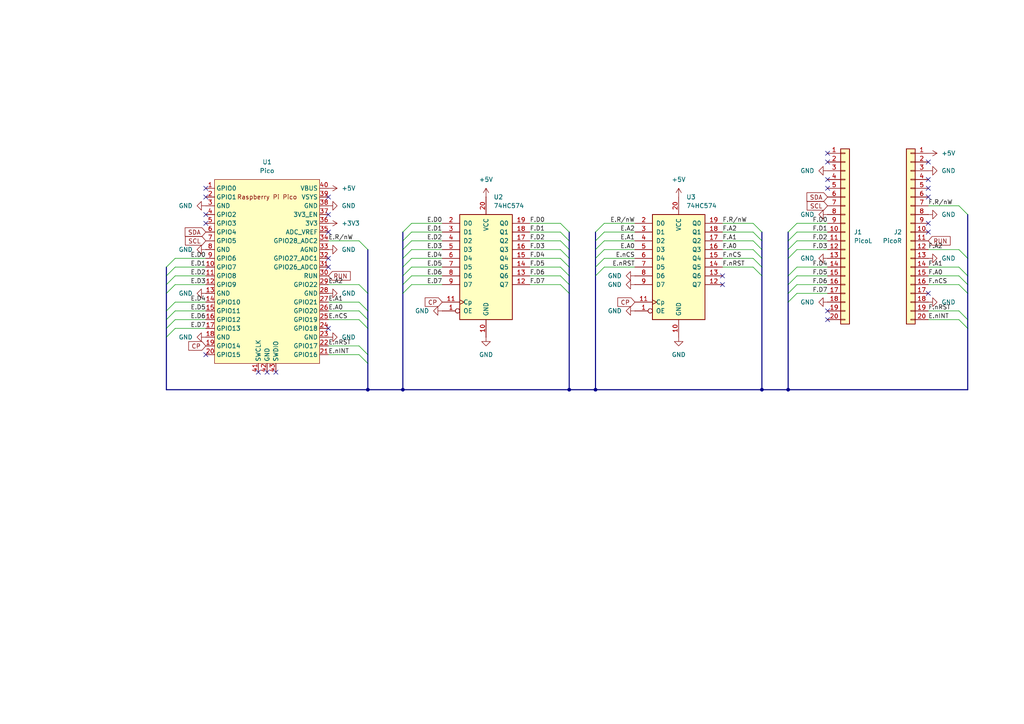
<source format=kicad_sch>
(kicad_sch
	(version 20231120)
	(generator "eeschema")
	(generator_version "8.0")
	(uuid "0d58ac14-7ebd-43c0-8e49-7437a74639c9")
	(paper "A4")
	(lib_symbols
		(symbol "74xx:74LS574"
			(pin_names
				(offset 1.016)
			)
			(exclude_from_sim no)
			(in_bom yes)
			(on_board yes)
			(property "Reference" "U"
				(at -7.62 16.51 0)
				(effects
					(font
						(size 1.27 1.27)
					)
				)
			)
			(property "Value" "74LS574"
				(at -7.62 -16.51 0)
				(effects
					(font
						(size 1.27 1.27)
					)
				)
			)
			(property "Footprint" ""
				(at 0 0 0)
				(effects
					(font
						(size 1.27 1.27)
					)
					(hide yes)
				)
			)
			(property "Datasheet" "http://www.ti.com/lit/gpn/sn74LS574"
				(at 0 0 0)
				(effects
					(font
						(size 1.27 1.27)
					)
					(hide yes)
				)
			)
			(property "Description" "8-bit Register, 3-state outputs"
				(at 0 0 0)
				(effects
					(font
						(size 1.27 1.27)
					)
					(hide yes)
				)
			)
			(property "ki_locked" ""
				(at 0 0 0)
				(effects
					(font
						(size 1.27 1.27)
					)
				)
			)
			(property "ki_keywords" "TTL REG DFF DFF8 3State"
				(at 0 0 0)
				(effects
					(font
						(size 1.27 1.27)
					)
					(hide yes)
				)
			)
			(property "ki_fp_filters" "DIP?20*"
				(at 0 0 0)
				(effects
					(font
						(size 1.27 1.27)
					)
					(hide yes)
				)
			)
			(symbol "74LS574_1_0"
				(pin input inverted
					(at -12.7 -12.7 0)
					(length 5.08)
					(name "OE"
						(effects
							(font
								(size 1.27 1.27)
							)
						)
					)
					(number "1"
						(effects
							(font
								(size 1.27 1.27)
							)
						)
					)
				)
				(pin power_in line
					(at 0 -20.32 90)
					(length 5.08)
					(name "GND"
						(effects
							(font
								(size 1.27 1.27)
							)
						)
					)
					(number "10"
						(effects
							(font
								(size 1.27 1.27)
							)
						)
					)
				)
				(pin input clock
					(at -12.7 -10.16 0)
					(length 5.08)
					(name "Cp"
						(effects
							(font
								(size 1.27 1.27)
							)
						)
					)
					(number "11"
						(effects
							(font
								(size 1.27 1.27)
							)
						)
					)
				)
				(pin tri_state line
					(at 12.7 -5.08 180)
					(length 5.08)
					(name "Q7"
						(effects
							(font
								(size 1.27 1.27)
							)
						)
					)
					(number "12"
						(effects
							(font
								(size 1.27 1.27)
							)
						)
					)
				)
				(pin tri_state line
					(at 12.7 -2.54 180)
					(length 5.08)
					(name "Q6"
						(effects
							(font
								(size 1.27 1.27)
							)
						)
					)
					(number "13"
						(effects
							(font
								(size 1.27 1.27)
							)
						)
					)
				)
				(pin tri_state line
					(at 12.7 0 180)
					(length 5.08)
					(name "Q5"
						(effects
							(font
								(size 1.27 1.27)
							)
						)
					)
					(number "14"
						(effects
							(font
								(size 1.27 1.27)
							)
						)
					)
				)
				(pin tri_state line
					(at 12.7 2.54 180)
					(length 5.08)
					(name "Q4"
						(effects
							(font
								(size 1.27 1.27)
							)
						)
					)
					(number "15"
						(effects
							(font
								(size 1.27 1.27)
							)
						)
					)
				)
				(pin tri_state line
					(at 12.7 5.08 180)
					(length 5.08)
					(name "Q3"
						(effects
							(font
								(size 1.27 1.27)
							)
						)
					)
					(number "16"
						(effects
							(font
								(size 1.27 1.27)
							)
						)
					)
				)
				(pin tri_state line
					(at 12.7 7.62 180)
					(length 5.08)
					(name "Q2"
						(effects
							(font
								(size 1.27 1.27)
							)
						)
					)
					(number "17"
						(effects
							(font
								(size 1.27 1.27)
							)
						)
					)
				)
				(pin tri_state line
					(at 12.7 10.16 180)
					(length 5.08)
					(name "Q1"
						(effects
							(font
								(size 1.27 1.27)
							)
						)
					)
					(number "18"
						(effects
							(font
								(size 1.27 1.27)
							)
						)
					)
				)
				(pin tri_state line
					(at 12.7 12.7 180)
					(length 5.08)
					(name "Q0"
						(effects
							(font
								(size 1.27 1.27)
							)
						)
					)
					(number "19"
						(effects
							(font
								(size 1.27 1.27)
							)
						)
					)
				)
				(pin input line
					(at -12.7 12.7 0)
					(length 5.08)
					(name "D0"
						(effects
							(font
								(size 1.27 1.27)
							)
						)
					)
					(number "2"
						(effects
							(font
								(size 1.27 1.27)
							)
						)
					)
				)
				(pin power_in line
					(at 0 20.32 270)
					(length 5.08)
					(name "VCC"
						(effects
							(font
								(size 1.27 1.27)
							)
						)
					)
					(number "20"
						(effects
							(font
								(size 1.27 1.27)
							)
						)
					)
				)
				(pin input line
					(at -12.7 10.16 0)
					(length 5.08)
					(name "D1"
						(effects
							(font
								(size 1.27 1.27)
							)
						)
					)
					(number "3"
						(effects
							(font
								(size 1.27 1.27)
							)
						)
					)
				)
				(pin input line
					(at -12.7 7.62 0)
					(length 5.08)
					(name "D2"
						(effects
							(font
								(size 1.27 1.27)
							)
						)
					)
					(number "4"
						(effects
							(font
								(size 1.27 1.27)
							)
						)
					)
				)
				(pin input line
					(at -12.7 5.08 0)
					(length 5.08)
					(name "D3"
						(effects
							(font
								(size 1.27 1.27)
							)
						)
					)
					(number "5"
						(effects
							(font
								(size 1.27 1.27)
							)
						)
					)
				)
				(pin input line
					(at -12.7 2.54 0)
					(length 5.08)
					(name "D4"
						(effects
							(font
								(size 1.27 1.27)
							)
						)
					)
					(number "6"
						(effects
							(font
								(size 1.27 1.27)
							)
						)
					)
				)
				(pin input line
					(at -12.7 0 0)
					(length 5.08)
					(name "D5"
						(effects
							(font
								(size 1.27 1.27)
							)
						)
					)
					(number "7"
						(effects
							(font
								(size 1.27 1.27)
							)
						)
					)
				)
				(pin input line
					(at -12.7 -2.54 0)
					(length 5.08)
					(name "D6"
						(effects
							(font
								(size 1.27 1.27)
							)
						)
					)
					(number "8"
						(effects
							(font
								(size 1.27 1.27)
							)
						)
					)
				)
				(pin input line
					(at -12.7 -5.08 0)
					(length 5.08)
					(name "D7"
						(effects
							(font
								(size 1.27 1.27)
							)
						)
					)
					(number "9"
						(effects
							(font
								(size 1.27 1.27)
							)
						)
					)
				)
			)
			(symbol "74LS574_1_1"
				(rectangle
					(start -7.62 15.24)
					(end 7.62 -15.24)
					(stroke
						(width 0.254)
						(type default)
					)
					(fill
						(type background)
					)
				)
			)
		)
		(symbol "Connector_Generic:Conn_01x20"
			(pin_names
				(offset 1.016) hide)
			(exclude_from_sim no)
			(in_bom yes)
			(on_board yes)
			(property "Reference" "J"
				(at 0 25.4 0)
				(effects
					(font
						(size 1.27 1.27)
					)
				)
			)
			(property "Value" "Conn_01x20"
				(at 0 -27.94 0)
				(effects
					(font
						(size 1.27 1.27)
					)
				)
			)
			(property "Footprint" ""
				(at 0 0 0)
				(effects
					(font
						(size 1.27 1.27)
					)
					(hide yes)
				)
			)
			(property "Datasheet" "~"
				(at 0 0 0)
				(effects
					(font
						(size 1.27 1.27)
					)
					(hide yes)
				)
			)
			(property "Description" "Generic connector, single row, 01x20, script generated (kicad-library-utils/schlib/autogen/connector/)"
				(at 0 0 0)
				(effects
					(font
						(size 1.27 1.27)
					)
					(hide yes)
				)
			)
			(property "ki_keywords" "connector"
				(at 0 0 0)
				(effects
					(font
						(size 1.27 1.27)
					)
					(hide yes)
				)
			)
			(property "ki_fp_filters" "Connector*:*_1x??_*"
				(at 0 0 0)
				(effects
					(font
						(size 1.27 1.27)
					)
					(hide yes)
				)
			)
			(symbol "Conn_01x20_1_1"
				(rectangle
					(start -1.27 -25.273)
					(end 0 -25.527)
					(stroke
						(width 0.1524)
						(type default)
					)
					(fill
						(type none)
					)
				)
				(rectangle
					(start -1.27 -22.733)
					(end 0 -22.987)
					(stroke
						(width 0.1524)
						(type default)
					)
					(fill
						(type none)
					)
				)
				(rectangle
					(start -1.27 -20.193)
					(end 0 -20.447)
					(stroke
						(width 0.1524)
						(type default)
					)
					(fill
						(type none)
					)
				)
				(rectangle
					(start -1.27 -17.653)
					(end 0 -17.907)
					(stroke
						(width 0.1524)
						(type default)
					)
					(fill
						(type none)
					)
				)
				(rectangle
					(start -1.27 -15.113)
					(end 0 -15.367)
					(stroke
						(width 0.1524)
						(type default)
					)
					(fill
						(type none)
					)
				)
				(rectangle
					(start -1.27 -12.573)
					(end 0 -12.827)
					(stroke
						(width 0.1524)
						(type default)
					)
					(fill
						(type none)
					)
				)
				(rectangle
					(start -1.27 -10.033)
					(end 0 -10.287)
					(stroke
						(width 0.1524)
						(type default)
					)
					(fill
						(type none)
					)
				)
				(rectangle
					(start -1.27 -7.493)
					(end 0 -7.747)
					(stroke
						(width 0.1524)
						(type default)
					)
					(fill
						(type none)
					)
				)
				(rectangle
					(start -1.27 -4.953)
					(end 0 -5.207)
					(stroke
						(width 0.1524)
						(type default)
					)
					(fill
						(type none)
					)
				)
				(rectangle
					(start -1.27 -2.413)
					(end 0 -2.667)
					(stroke
						(width 0.1524)
						(type default)
					)
					(fill
						(type none)
					)
				)
				(rectangle
					(start -1.27 0.127)
					(end 0 -0.127)
					(stroke
						(width 0.1524)
						(type default)
					)
					(fill
						(type none)
					)
				)
				(rectangle
					(start -1.27 2.667)
					(end 0 2.413)
					(stroke
						(width 0.1524)
						(type default)
					)
					(fill
						(type none)
					)
				)
				(rectangle
					(start -1.27 5.207)
					(end 0 4.953)
					(stroke
						(width 0.1524)
						(type default)
					)
					(fill
						(type none)
					)
				)
				(rectangle
					(start -1.27 7.747)
					(end 0 7.493)
					(stroke
						(width 0.1524)
						(type default)
					)
					(fill
						(type none)
					)
				)
				(rectangle
					(start -1.27 10.287)
					(end 0 10.033)
					(stroke
						(width 0.1524)
						(type default)
					)
					(fill
						(type none)
					)
				)
				(rectangle
					(start -1.27 12.827)
					(end 0 12.573)
					(stroke
						(width 0.1524)
						(type default)
					)
					(fill
						(type none)
					)
				)
				(rectangle
					(start -1.27 15.367)
					(end 0 15.113)
					(stroke
						(width 0.1524)
						(type default)
					)
					(fill
						(type none)
					)
				)
				(rectangle
					(start -1.27 17.907)
					(end 0 17.653)
					(stroke
						(width 0.1524)
						(type default)
					)
					(fill
						(type none)
					)
				)
				(rectangle
					(start -1.27 20.447)
					(end 0 20.193)
					(stroke
						(width 0.1524)
						(type default)
					)
					(fill
						(type none)
					)
				)
				(rectangle
					(start -1.27 22.987)
					(end 0 22.733)
					(stroke
						(width 0.1524)
						(type default)
					)
					(fill
						(type none)
					)
				)
				(rectangle
					(start -1.27 24.13)
					(end 1.27 -26.67)
					(stroke
						(width 0.254)
						(type default)
					)
					(fill
						(type background)
					)
				)
				(pin passive line
					(at -5.08 22.86 0)
					(length 3.81)
					(name "Pin_1"
						(effects
							(font
								(size 1.27 1.27)
							)
						)
					)
					(number "1"
						(effects
							(font
								(size 1.27 1.27)
							)
						)
					)
				)
				(pin passive line
					(at -5.08 0 0)
					(length 3.81)
					(name "Pin_10"
						(effects
							(font
								(size 1.27 1.27)
							)
						)
					)
					(number "10"
						(effects
							(font
								(size 1.27 1.27)
							)
						)
					)
				)
				(pin passive line
					(at -5.08 -2.54 0)
					(length 3.81)
					(name "Pin_11"
						(effects
							(font
								(size 1.27 1.27)
							)
						)
					)
					(number "11"
						(effects
							(font
								(size 1.27 1.27)
							)
						)
					)
				)
				(pin passive line
					(at -5.08 -5.08 0)
					(length 3.81)
					(name "Pin_12"
						(effects
							(font
								(size 1.27 1.27)
							)
						)
					)
					(number "12"
						(effects
							(font
								(size 1.27 1.27)
							)
						)
					)
				)
				(pin passive line
					(at -5.08 -7.62 0)
					(length 3.81)
					(name "Pin_13"
						(effects
							(font
								(size 1.27 1.27)
							)
						)
					)
					(number "13"
						(effects
							(font
								(size 1.27 1.27)
							)
						)
					)
				)
				(pin passive line
					(at -5.08 -10.16 0)
					(length 3.81)
					(name "Pin_14"
						(effects
							(font
								(size 1.27 1.27)
							)
						)
					)
					(number "14"
						(effects
							(font
								(size 1.27 1.27)
							)
						)
					)
				)
				(pin passive line
					(at -5.08 -12.7 0)
					(length 3.81)
					(name "Pin_15"
						(effects
							(font
								(size 1.27 1.27)
							)
						)
					)
					(number "15"
						(effects
							(font
								(size 1.27 1.27)
							)
						)
					)
				)
				(pin passive line
					(at -5.08 -15.24 0)
					(length 3.81)
					(name "Pin_16"
						(effects
							(font
								(size 1.27 1.27)
							)
						)
					)
					(number "16"
						(effects
							(font
								(size 1.27 1.27)
							)
						)
					)
				)
				(pin passive line
					(at -5.08 -17.78 0)
					(length 3.81)
					(name "Pin_17"
						(effects
							(font
								(size 1.27 1.27)
							)
						)
					)
					(number "17"
						(effects
							(font
								(size 1.27 1.27)
							)
						)
					)
				)
				(pin passive line
					(at -5.08 -20.32 0)
					(length 3.81)
					(name "Pin_18"
						(effects
							(font
								(size 1.27 1.27)
							)
						)
					)
					(number "18"
						(effects
							(font
								(size 1.27 1.27)
							)
						)
					)
				)
				(pin passive line
					(at -5.08 -22.86 0)
					(length 3.81)
					(name "Pin_19"
						(effects
							(font
								(size 1.27 1.27)
							)
						)
					)
					(number "19"
						(effects
							(font
								(size 1.27 1.27)
							)
						)
					)
				)
				(pin passive line
					(at -5.08 20.32 0)
					(length 3.81)
					(name "Pin_2"
						(effects
							(font
								(size 1.27 1.27)
							)
						)
					)
					(number "2"
						(effects
							(font
								(size 1.27 1.27)
							)
						)
					)
				)
				(pin passive line
					(at -5.08 -25.4 0)
					(length 3.81)
					(name "Pin_20"
						(effects
							(font
								(size 1.27 1.27)
							)
						)
					)
					(number "20"
						(effects
							(font
								(size 1.27 1.27)
							)
						)
					)
				)
				(pin passive line
					(at -5.08 17.78 0)
					(length 3.81)
					(name "Pin_3"
						(effects
							(font
								(size 1.27 1.27)
							)
						)
					)
					(number "3"
						(effects
							(font
								(size 1.27 1.27)
							)
						)
					)
				)
				(pin passive line
					(at -5.08 15.24 0)
					(length 3.81)
					(name "Pin_4"
						(effects
							(font
								(size 1.27 1.27)
							)
						)
					)
					(number "4"
						(effects
							(font
								(size 1.27 1.27)
							)
						)
					)
				)
				(pin passive line
					(at -5.08 12.7 0)
					(length 3.81)
					(name "Pin_5"
						(effects
							(font
								(size 1.27 1.27)
							)
						)
					)
					(number "5"
						(effects
							(font
								(size 1.27 1.27)
							)
						)
					)
				)
				(pin passive line
					(at -5.08 10.16 0)
					(length 3.81)
					(name "Pin_6"
						(effects
							(font
								(size 1.27 1.27)
							)
						)
					)
					(number "6"
						(effects
							(font
								(size 1.27 1.27)
							)
						)
					)
				)
				(pin passive line
					(at -5.08 7.62 0)
					(length 3.81)
					(name "Pin_7"
						(effects
							(font
								(size 1.27 1.27)
							)
						)
					)
					(number "7"
						(effects
							(font
								(size 1.27 1.27)
							)
						)
					)
				)
				(pin passive line
					(at -5.08 5.08 0)
					(length 3.81)
					(name "Pin_8"
						(effects
							(font
								(size 1.27 1.27)
							)
						)
					)
					(number "8"
						(effects
							(font
								(size 1.27 1.27)
							)
						)
					)
				)
				(pin passive line
					(at -5.08 2.54 0)
					(length 3.81)
					(name "Pin_9"
						(effects
							(font
								(size 1.27 1.27)
							)
						)
					)
					(number "9"
						(effects
							(font
								(size 1.27 1.27)
							)
						)
					)
				)
			)
		)
		(symbol "MCU_RaspberryPi_and_Boards:Pico"
			(exclude_from_sim no)
			(in_bom yes)
			(on_board yes)
			(property "Reference" "U"
				(at -13.97 27.94 0)
				(effects
					(font
						(size 1.27 1.27)
					)
				)
			)
			(property "Value" "Pico"
				(at 0 19.05 0)
				(effects
					(font
						(size 1.27 1.27)
					)
				)
			)
			(property "Footprint" "RPi_Pico:RPi_Pico_SMD_TH"
				(at 0 0 90)
				(effects
					(font
						(size 1.27 1.27)
					)
					(hide yes)
				)
			)
			(property "Datasheet" ""
				(at 0 0 0)
				(effects
					(font
						(size 1.27 1.27)
					)
					(hide yes)
				)
			)
			(property "Description" ""
				(at 0 0 0)
				(effects
					(font
						(size 1.27 1.27)
					)
					(hide yes)
				)
			)
			(symbol "Pico_0_0"
				(text "Raspberry Pi Pico"
					(at 0 21.59 0)
					(effects
						(font
							(size 1.27 1.27)
						)
					)
				)
			)
			(symbol "Pico_0_1"
				(rectangle
					(start -15.24 26.67)
					(end 15.24 -26.67)
					(stroke
						(width 0)
						(type default)
					)
					(fill
						(type background)
					)
				)
			)
			(symbol "Pico_1_1"
				(pin bidirectional line
					(at -17.78 24.13 0)
					(length 2.54)
					(name "GPIO0"
						(effects
							(font
								(size 1.27 1.27)
							)
						)
					)
					(number "1"
						(effects
							(font
								(size 1.27 1.27)
							)
						)
					)
				)
				(pin bidirectional line
					(at -17.78 1.27 0)
					(length 2.54)
					(name "GPIO7"
						(effects
							(font
								(size 1.27 1.27)
							)
						)
					)
					(number "10"
						(effects
							(font
								(size 1.27 1.27)
							)
						)
					)
				)
				(pin bidirectional line
					(at -17.78 -1.27 0)
					(length 2.54)
					(name "GPIO8"
						(effects
							(font
								(size 1.27 1.27)
							)
						)
					)
					(number "11"
						(effects
							(font
								(size 1.27 1.27)
							)
						)
					)
				)
				(pin bidirectional line
					(at -17.78 -3.81 0)
					(length 2.54)
					(name "GPIO9"
						(effects
							(font
								(size 1.27 1.27)
							)
						)
					)
					(number "12"
						(effects
							(font
								(size 1.27 1.27)
							)
						)
					)
				)
				(pin power_in line
					(at -17.78 -6.35 0)
					(length 2.54)
					(name "GND"
						(effects
							(font
								(size 1.27 1.27)
							)
						)
					)
					(number "13"
						(effects
							(font
								(size 1.27 1.27)
							)
						)
					)
				)
				(pin bidirectional line
					(at -17.78 -8.89 0)
					(length 2.54)
					(name "GPIO10"
						(effects
							(font
								(size 1.27 1.27)
							)
						)
					)
					(number "14"
						(effects
							(font
								(size 1.27 1.27)
							)
						)
					)
				)
				(pin bidirectional line
					(at -17.78 -11.43 0)
					(length 2.54)
					(name "GPIO11"
						(effects
							(font
								(size 1.27 1.27)
							)
						)
					)
					(number "15"
						(effects
							(font
								(size 1.27 1.27)
							)
						)
					)
				)
				(pin bidirectional line
					(at -17.78 -13.97 0)
					(length 2.54)
					(name "GPIO12"
						(effects
							(font
								(size 1.27 1.27)
							)
						)
					)
					(number "16"
						(effects
							(font
								(size 1.27 1.27)
							)
						)
					)
				)
				(pin bidirectional line
					(at -17.78 -16.51 0)
					(length 2.54)
					(name "GPIO13"
						(effects
							(font
								(size 1.27 1.27)
							)
						)
					)
					(number "17"
						(effects
							(font
								(size 1.27 1.27)
							)
						)
					)
				)
				(pin power_in line
					(at -17.78 -19.05 0)
					(length 2.54)
					(name "GND"
						(effects
							(font
								(size 1.27 1.27)
							)
						)
					)
					(number "18"
						(effects
							(font
								(size 1.27 1.27)
							)
						)
					)
				)
				(pin bidirectional line
					(at -17.78 -21.59 0)
					(length 2.54)
					(name "GPIO14"
						(effects
							(font
								(size 1.27 1.27)
							)
						)
					)
					(number "19"
						(effects
							(font
								(size 1.27 1.27)
							)
						)
					)
				)
				(pin bidirectional line
					(at -17.78 21.59 0)
					(length 2.54)
					(name "GPIO1"
						(effects
							(font
								(size 1.27 1.27)
							)
						)
					)
					(number "2"
						(effects
							(font
								(size 1.27 1.27)
							)
						)
					)
				)
				(pin bidirectional line
					(at -17.78 -24.13 0)
					(length 2.54)
					(name "GPIO15"
						(effects
							(font
								(size 1.27 1.27)
							)
						)
					)
					(number "20"
						(effects
							(font
								(size 1.27 1.27)
							)
						)
					)
				)
				(pin bidirectional line
					(at 17.78 -24.13 180)
					(length 2.54)
					(name "GPIO16"
						(effects
							(font
								(size 1.27 1.27)
							)
						)
					)
					(number "21"
						(effects
							(font
								(size 1.27 1.27)
							)
						)
					)
				)
				(pin bidirectional line
					(at 17.78 -21.59 180)
					(length 2.54)
					(name "GPIO17"
						(effects
							(font
								(size 1.27 1.27)
							)
						)
					)
					(number "22"
						(effects
							(font
								(size 1.27 1.27)
							)
						)
					)
				)
				(pin power_in line
					(at 17.78 -19.05 180)
					(length 2.54)
					(name "GND"
						(effects
							(font
								(size 1.27 1.27)
							)
						)
					)
					(number "23"
						(effects
							(font
								(size 1.27 1.27)
							)
						)
					)
				)
				(pin bidirectional line
					(at 17.78 -16.51 180)
					(length 2.54)
					(name "GPIO18"
						(effects
							(font
								(size 1.27 1.27)
							)
						)
					)
					(number "24"
						(effects
							(font
								(size 1.27 1.27)
							)
						)
					)
				)
				(pin bidirectional line
					(at 17.78 -13.97 180)
					(length 2.54)
					(name "GPIO19"
						(effects
							(font
								(size 1.27 1.27)
							)
						)
					)
					(number "25"
						(effects
							(font
								(size 1.27 1.27)
							)
						)
					)
				)
				(pin bidirectional line
					(at 17.78 -11.43 180)
					(length 2.54)
					(name "GPIO20"
						(effects
							(font
								(size 1.27 1.27)
							)
						)
					)
					(number "26"
						(effects
							(font
								(size 1.27 1.27)
							)
						)
					)
				)
				(pin bidirectional line
					(at 17.78 -8.89 180)
					(length 2.54)
					(name "GPIO21"
						(effects
							(font
								(size 1.27 1.27)
							)
						)
					)
					(number "27"
						(effects
							(font
								(size 1.27 1.27)
							)
						)
					)
				)
				(pin power_in line
					(at 17.78 -6.35 180)
					(length 2.54)
					(name "GND"
						(effects
							(font
								(size 1.27 1.27)
							)
						)
					)
					(number "28"
						(effects
							(font
								(size 1.27 1.27)
							)
						)
					)
				)
				(pin bidirectional line
					(at 17.78 -3.81 180)
					(length 2.54)
					(name "GPIO22"
						(effects
							(font
								(size 1.27 1.27)
							)
						)
					)
					(number "29"
						(effects
							(font
								(size 1.27 1.27)
							)
						)
					)
				)
				(pin power_in line
					(at -17.78 19.05 0)
					(length 2.54)
					(name "GND"
						(effects
							(font
								(size 1.27 1.27)
							)
						)
					)
					(number "3"
						(effects
							(font
								(size 1.27 1.27)
							)
						)
					)
				)
				(pin input line
					(at 17.78 -1.27 180)
					(length 2.54)
					(name "RUN"
						(effects
							(font
								(size 1.27 1.27)
							)
						)
					)
					(number "30"
						(effects
							(font
								(size 1.27 1.27)
							)
						)
					)
				)
				(pin bidirectional line
					(at 17.78 1.27 180)
					(length 2.54)
					(name "GPIO26_ADC0"
						(effects
							(font
								(size 1.27 1.27)
							)
						)
					)
					(number "31"
						(effects
							(font
								(size 1.27 1.27)
							)
						)
					)
				)
				(pin bidirectional line
					(at 17.78 3.81 180)
					(length 2.54)
					(name "GPIO27_ADC1"
						(effects
							(font
								(size 1.27 1.27)
							)
						)
					)
					(number "32"
						(effects
							(font
								(size 1.27 1.27)
							)
						)
					)
				)
				(pin power_in line
					(at 17.78 6.35 180)
					(length 2.54)
					(name "AGND"
						(effects
							(font
								(size 1.27 1.27)
							)
						)
					)
					(number "33"
						(effects
							(font
								(size 1.27 1.27)
							)
						)
					)
				)
				(pin bidirectional line
					(at 17.78 8.89 180)
					(length 2.54)
					(name "GPIO28_ADC2"
						(effects
							(font
								(size 1.27 1.27)
							)
						)
					)
					(number "34"
						(effects
							(font
								(size 1.27 1.27)
							)
						)
					)
				)
				(pin power_in line
					(at 17.78 11.43 180)
					(length 2.54)
					(name "ADC_VREF"
						(effects
							(font
								(size 1.27 1.27)
							)
						)
					)
					(number "35"
						(effects
							(font
								(size 1.27 1.27)
							)
						)
					)
				)
				(pin power_in line
					(at 17.78 13.97 180)
					(length 2.54)
					(name "3V3"
						(effects
							(font
								(size 1.27 1.27)
							)
						)
					)
					(number "36"
						(effects
							(font
								(size 1.27 1.27)
							)
						)
					)
				)
				(pin input line
					(at 17.78 16.51 180)
					(length 2.54)
					(name "3V3_EN"
						(effects
							(font
								(size 1.27 1.27)
							)
						)
					)
					(number "37"
						(effects
							(font
								(size 1.27 1.27)
							)
						)
					)
				)
				(pin bidirectional line
					(at 17.78 19.05 180)
					(length 2.54)
					(name "GND"
						(effects
							(font
								(size 1.27 1.27)
							)
						)
					)
					(number "38"
						(effects
							(font
								(size 1.27 1.27)
							)
						)
					)
				)
				(pin power_in line
					(at 17.78 21.59 180)
					(length 2.54)
					(name "VSYS"
						(effects
							(font
								(size 1.27 1.27)
							)
						)
					)
					(number "39"
						(effects
							(font
								(size 1.27 1.27)
							)
						)
					)
				)
				(pin bidirectional line
					(at -17.78 16.51 0)
					(length 2.54)
					(name "GPIO2"
						(effects
							(font
								(size 1.27 1.27)
							)
						)
					)
					(number "4"
						(effects
							(font
								(size 1.27 1.27)
							)
						)
					)
				)
				(pin power_in line
					(at 17.78 24.13 180)
					(length 2.54)
					(name "VBUS"
						(effects
							(font
								(size 1.27 1.27)
							)
						)
					)
					(number "40"
						(effects
							(font
								(size 1.27 1.27)
							)
						)
					)
				)
				(pin input line
					(at -2.54 -29.21 90)
					(length 2.54)
					(name "SWCLK"
						(effects
							(font
								(size 1.27 1.27)
							)
						)
					)
					(number "41"
						(effects
							(font
								(size 1.27 1.27)
							)
						)
					)
				)
				(pin power_in line
					(at 0 -29.21 90)
					(length 2.54)
					(name "GND"
						(effects
							(font
								(size 1.27 1.27)
							)
						)
					)
					(number "42"
						(effects
							(font
								(size 1.27 1.27)
							)
						)
					)
				)
				(pin bidirectional line
					(at 2.54 -29.21 90)
					(length 2.54)
					(name "SWDIO"
						(effects
							(font
								(size 1.27 1.27)
							)
						)
					)
					(number "43"
						(effects
							(font
								(size 1.27 1.27)
							)
						)
					)
				)
				(pin bidirectional line
					(at -17.78 13.97 0)
					(length 2.54)
					(name "GPIO3"
						(effects
							(font
								(size 1.27 1.27)
							)
						)
					)
					(number "5"
						(effects
							(font
								(size 1.27 1.27)
							)
						)
					)
				)
				(pin bidirectional line
					(at -17.78 11.43 0)
					(length 2.54)
					(name "GPIO4"
						(effects
							(font
								(size 1.27 1.27)
							)
						)
					)
					(number "6"
						(effects
							(font
								(size 1.27 1.27)
							)
						)
					)
				)
				(pin bidirectional line
					(at -17.78 8.89 0)
					(length 2.54)
					(name "GPIO5"
						(effects
							(font
								(size 1.27 1.27)
							)
						)
					)
					(number "7"
						(effects
							(font
								(size 1.27 1.27)
							)
						)
					)
				)
				(pin power_in line
					(at -17.78 6.35 0)
					(length 2.54)
					(name "GND"
						(effects
							(font
								(size 1.27 1.27)
							)
						)
					)
					(number "8"
						(effects
							(font
								(size 1.27 1.27)
							)
						)
					)
				)
				(pin bidirectional line
					(at -17.78 3.81 0)
					(length 2.54)
					(name "GPIO6"
						(effects
							(font
								(size 1.27 1.27)
							)
						)
					)
					(number "9"
						(effects
							(font
								(size 1.27 1.27)
							)
						)
					)
				)
			)
		)
		(symbol "power:+3V3"
			(power)
			(pin_numbers hide)
			(pin_names
				(offset 0) hide)
			(exclude_from_sim no)
			(in_bom yes)
			(on_board yes)
			(property "Reference" "#PWR"
				(at 0 -3.81 0)
				(effects
					(font
						(size 1.27 1.27)
					)
					(hide yes)
				)
			)
			(property "Value" "+3V3"
				(at 0 3.556 0)
				(effects
					(font
						(size 1.27 1.27)
					)
				)
			)
			(property "Footprint" ""
				(at 0 0 0)
				(effects
					(font
						(size 1.27 1.27)
					)
					(hide yes)
				)
			)
			(property "Datasheet" ""
				(at 0 0 0)
				(effects
					(font
						(size 1.27 1.27)
					)
					(hide yes)
				)
			)
			(property "Description" "Power symbol creates a global label with name \"+3V3\""
				(at 0 0 0)
				(effects
					(font
						(size 1.27 1.27)
					)
					(hide yes)
				)
			)
			(property "ki_keywords" "global power"
				(at 0 0 0)
				(effects
					(font
						(size 1.27 1.27)
					)
					(hide yes)
				)
			)
			(symbol "+3V3_0_1"
				(polyline
					(pts
						(xy -0.762 1.27) (xy 0 2.54)
					)
					(stroke
						(width 0)
						(type default)
					)
					(fill
						(type none)
					)
				)
				(polyline
					(pts
						(xy 0 0) (xy 0 2.54)
					)
					(stroke
						(width 0)
						(type default)
					)
					(fill
						(type none)
					)
				)
				(polyline
					(pts
						(xy 0 2.54) (xy 0.762 1.27)
					)
					(stroke
						(width 0)
						(type default)
					)
					(fill
						(type none)
					)
				)
			)
			(symbol "+3V3_1_1"
				(pin power_in line
					(at 0 0 90)
					(length 0)
					(name "~"
						(effects
							(font
								(size 1.27 1.27)
							)
						)
					)
					(number "1"
						(effects
							(font
								(size 1.27 1.27)
							)
						)
					)
				)
			)
		)
		(symbol "power:+5V"
			(power)
			(pin_numbers hide)
			(pin_names
				(offset 0) hide)
			(exclude_from_sim no)
			(in_bom yes)
			(on_board yes)
			(property "Reference" "#PWR"
				(at 0 -3.81 0)
				(effects
					(font
						(size 1.27 1.27)
					)
					(hide yes)
				)
			)
			(property "Value" "+5V"
				(at 0 3.556 0)
				(effects
					(font
						(size 1.27 1.27)
					)
				)
			)
			(property "Footprint" ""
				(at 0 0 0)
				(effects
					(font
						(size 1.27 1.27)
					)
					(hide yes)
				)
			)
			(property "Datasheet" ""
				(at 0 0 0)
				(effects
					(font
						(size 1.27 1.27)
					)
					(hide yes)
				)
			)
			(property "Description" "Power symbol creates a global label with name \"+5V\""
				(at 0 0 0)
				(effects
					(font
						(size 1.27 1.27)
					)
					(hide yes)
				)
			)
			(property "ki_keywords" "global power"
				(at 0 0 0)
				(effects
					(font
						(size 1.27 1.27)
					)
					(hide yes)
				)
			)
			(symbol "+5V_0_1"
				(polyline
					(pts
						(xy -0.762 1.27) (xy 0 2.54)
					)
					(stroke
						(width 0)
						(type default)
					)
					(fill
						(type none)
					)
				)
				(polyline
					(pts
						(xy 0 0) (xy 0 2.54)
					)
					(stroke
						(width 0)
						(type default)
					)
					(fill
						(type none)
					)
				)
				(polyline
					(pts
						(xy 0 2.54) (xy 0.762 1.27)
					)
					(stroke
						(width 0)
						(type default)
					)
					(fill
						(type none)
					)
				)
			)
			(symbol "+5V_1_1"
				(pin power_in line
					(at 0 0 90)
					(length 0)
					(name "~"
						(effects
							(font
								(size 1.27 1.27)
							)
						)
					)
					(number "1"
						(effects
							(font
								(size 1.27 1.27)
							)
						)
					)
				)
			)
		)
		(symbol "power:GND"
			(power)
			(pin_numbers hide)
			(pin_names
				(offset 0) hide)
			(exclude_from_sim no)
			(in_bom yes)
			(on_board yes)
			(property "Reference" "#PWR"
				(at 0 -6.35 0)
				(effects
					(font
						(size 1.27 1.27)
					)
					(hide yes)
				)
			)
			(property "Value" "GND"
				(at 0 -3.81 0)
				(effects
					(font
						(size 1.27 1.27)
					)
				)
			)
			(property "Footprint" ""
				(at 0 0 0)
				(effects
					(font
						(size 1.27 1.27)
					)
					(hide yes)
				)
			)
			(property "Datasheet" ""
				(at 0 0 0)
				(effects
					(font
						(size 1.27 1.27)
					)
					(hide yes)
				)
			)
			(property "Description" "Power symbol creates a global label with name \"GND\" , ground"
				(at 0 0 0)
				(effects
					(font
						(size 1.27 1.27)
					)
					(hide yes)
				)
			)
			(property "ki_keywords" "global power"
				(at 0 0 0)
				(effects
					(font
						(size 1.27 1.27)
					)
					(hide yes)
				)
			)
			(symbol "GND_0_1"
				(polyline
					(pts
						(xy 0 0) (xy 0 -1.27) (xy 1.27 -1.27) (xy 0 -2.54) (xy -1.27 -1.27) (xy 0 -1.27)
					)
					(stroke
						(width 0)
						(type default)
					)
					(fill
						(type none)
					)
				)
			)
			(symbol "GND_1_1"
				(pin power_in line
					(at 0 0 270)
					(length 0)
					(name "~"
						(effects
							(font
								(size 1.27 1.27)
							)
						)
					)
					(number "1"
						(effects
							(font
								(size 1.27 1.27)
							)
						)
					)
				)
			)
		)
	)
	(junction
		(at 220.98 113.03)
		(diameter 0)
		(color 0 0 0 0)
		(uuid "12e477a4-1d8a-4c45-b533-8a97cce8371a")
	)
	(junction
		(at 106.68 113.03)
		(diameter 0)
		(color 0 0 0 0)
		(uuid "18b9cef3-5d71-4278-9aec-438dfcadd45a")
	)
	(junction
		(at 172.72 113.03)
		(diameter 0)
		(color 0 0 0 0)
		(uuid "57010f4b-7260-4447-a6ab-0752e922b20e")
	)
	(junction
		(at 165.1 113.03)
		(diameter 0)
		(color 0 0 0 0)
		(uuid "8efc8cd0-d63e-4932-8bf4-d3ebee1b88c6")
	)
	(junction
		(at 116.84 113.03)
		(diameter 0)
		(color 0 0 0 0)
		(uuid "a37af39e-1c8d-4683-9720-42c7981fb8d0")
	)
	(junction
		(at 228.6 113.03)
		(diameter 0)
		(color 0 0 0 0)
		(uuid "cba6cca9-640b-461d-9864-fd328091bafc")
	)
	(no_connect
		(at 95.25 62.23)
		(uuid "01cb9ca3-4560-4704-b20a-167b22dfe8d3")
	)
	(no_connect
		(at 59.69 62.23)
		(uuid "0649eb90-666e-455a-9fb7-9cc777d648c0")
	)
	(no_connect
		(at 74.93 107.95)
		(uuid "199de486-158a-44a9-8f6a-fd021a500c28")
	)
	(no_connect
		(at 240.03 44.45)
		(uuid "1a6c06a6-6f73-499c-8e0c-9d00a93a6708")
	)
	(no_connect
		(at 59.69 57.15)
		(uuid "2b02aad3-aaaa-45fd-9af4-2449dc0011e3")
	)
	(no_connect
		(at 209.55 80.01)
		(uuid "4ba51ec8-2ebd-4109-8443-9cd916e2db2f")
	)
	(no_connect
		(at 240.03 92.71)
		(uuid "5601cfb8-fb65-4f9a-86d4-5c79b4ebc1a9")
	)
	(no_connect
		(at 59.69 54.61)
		(uuid "5bb6dbab-9459-4087-b713-929d06462b7f")
	)
	(no_connect
		(at 240.03 90.17)
		(uuid "6bb70234-8c16-416e-a6bf-cdbbe262eb4f")
	)
	(no_connect
		(at 269.24 85.09)
		(uuid "72cc9cdd-a965-4879-9fd5-ff4d742ae06b")
	)
	(no_connect
		(at 95.25 74.93)
		(uuid "73673520-1141-4abc-95f2-bf831e44e862")
	)
	(no_connect
		(at 95.25 67.31)
		(uuid "779ad566-70d0-4dc6-88b6-585e84b2d759")
	)
	(no_connect
		(at 269.24 52.07)
		(uuid "7e2ac2d6-216a-44ba-9d52-df649248eddc")
	)
	(no_connect
		(at 269.24 67.31)
		(uuid "7e37a4b9-ba0e-47ae-b06a-24cfc9d851d5")
	)
	(no_connect
		(at 269.24 46.99)
		(uuid "89e21d7e-c175-4445-9a14-4678025b78ae")
	)
	(no_connect
		(at 80.01 107.95)
		(uuid "93c6e3f8-8529-42eb-80d8-66377f9a0927")
	)
	(no_connect
		(at 240.03 54.61)
		(uuid "957bd870-923a-4d34-bb64-562291b0fba7")
	)
	(no_connect
		(at 269.24 64.77)
		(uuid "9b354c77-b6b4-46dd-9d63-6913760f0b59")
	)
	(no_connect
		(at 269.24 57.15)
		(uuid "a553c535-1de5-4d2d-8764-e86979306da3")
	)
	(no_connect
		(at 240.03 52.07)
		(uuid "a59118f7-eb20-485a-98a9-23127460e88a")
	)
	(no_connect
		(at 209.55 82.55)
		(uuid "d72e435d-ed5a-4827-b93e-00210a21b2d0")
	)
	(no_connect
		(at 95.25 95.25)
		(uuid "d99a36fa-7e13-4fea-875e-96f99e3dce33")
	)
	(no_connect
		(at 95.25 77.47)
		(uuid "d9e8126f-9a0f-4631-a97d-c0ec43d560d4")
	)
	(no_connect
		(at 95.25 57.15)
		(uuid "dee1ca5a-4841-43c2-b84b-c7d809efeebd")
	)
	(no_connect
		(at 59.69 64.77)
		(uuid "e0aae96f-5533-4579-ac9e-3f1248f09f1c")
	)
	(no_connect
		(at 240.03 46.99)
		(uuid "e455e650-28f0-4669-a29e-afbe5d346931")
	)
	(no_connect
		(at 59.69 102.87)
		(uuid "f0c4adb7-ea2c-48ed-a713-f2bb2a82fec4")
	)
	(no_connect
		(at 77.47 107.95)
		(uuid "f466f97a-5419-4d70-930e-a5945c1a6fab")
	)
	(no_connect
		(at 269.24 54.61)
		(uuid "f6c8d76c-900f-4272-8f5c-39c5cb2819ab")
	)
	(bus_entry
		(at 50.8 95.25)
		(size -2.54 2.54)
		(stroke
			(width 0)
			(type default)
		)
		(uuid "006577b8-d397-4279-b0fc-e196a07811fd")
	)
	(bus_entry
		(at 218.44 64.77)
		(size 2.54 2.54)
		(stroke
			(width 0)
			(type default)
		)
		(uuid "0157eded-062c-49b2-ac8d-395399fe3b89")
	)
	(bus_entry
		(at 162.56 74.93)
		(size 2.54 2.54)
		(stroke
			(width 0)
			(type default)
		)
		(uuid "0ff29ca4-7a05-4934-95d1-fa7e7b5a9557")
	)
	(bus_entry
		(at 218.44 74.93)
		(size 2.54 2.54)
		(stroke
			(width 0)
			(type default)
		)
		(uuid "0ff61040-10ad-4b53-b241-0512ab95c476")
	)
	(bus_entry
		(at 119.38 82.55)
		(size -2.54 2.54)
		(stroke
			(width 0)
			(type default)
		)
		(uuid "1341797d-3c97-4ae3-ad05-1d0ff68e82d3")
	)
	(bus_entry
		(at 231.14 72.39)
		(size -2.54 2.54)
		(stroke
			(width 0)
			(type default)
		)
		(uuid "155ef390-3f33-4d82-8654-a47514b1190d")
	)
	(bus_entry
		(at 231.14 85.09)
		(size -2.54 2.54)
		(stroke
			(width 0)
			(type default)
		)
		(uuid "19074a50-5874-4d80-80bc-f1126eba23e7")
	)
	(bus_entry
		(at 104.14 100.33)
		(size 2.54 2.54)
		(stroke
			(width 0)
			(type default)
		)
		(uuid "1c16fc9b-8b9d-4626-a705-adc1471ae787")
	)
	(bus_entry
		(at 231.14 67.31)
		(size -2.54 2.54)
		(stroke
			(width 0)
			(type default)
		)
		(uuid "1c7e047c-a96c-4922-8a84-eaebf0c326df")
	)
	(bus_entry
		(at 119.38 69.85)
		(size -2.54 2.54)
		(stroke
			(width 0)
			(type default)
		)
		(uuid "1f39ebae-9f82-4a14-8745-84de341c555d")
	)
	(bus_entry
		(at 104.14 87.63)
		(size 2.54 2.54)
		(stroke
			(width 0)
			(type default)
		)
		(uuid "2a93f0e6-d05e-4f8b-a327-38312d7ee5b2")
	)
	(bus_entry
		(at 278.13 82.55)
		(size 2.54 2.54)
		(stroke
			(width 0)
			(type default)
		)
		(uuid "2eb8e395-b106-49c1-a1ad-3fdaa9dd8f5a")
	)
	(bus_entry
		(at 162.56 77.47)
		(size 2.54 2.54)
		(stroke
			(width 0)
			(type default)
		)
		(uuid "2fe57a9e-b5cc-4702-9e83-440bb5e8b7ee")
	)
	(bus_entry
		(at 175.26 67.31)
		(size -2.54 2.54)
		(stroke
			(width 0)
			(type default)
		)
		(uuid "3802ece3-1da5-47d0-8b87-1de36ef7d652")
	)
	(bus_entry
		(at 50.8 74.93)
		(size -2.54 2.54)
		(stroke
			(width 0)
			(type default)
		)
		(uuid "46af6b69-e7a8-4861-a763-525476f32e0d")
	)
	(bus_entry
		(at 278.13 80.01)
		(size 2.54 2.54)
		(stroke
			(width 0)
			(type default)
		)
		(uuid "471dfb7d-3b79-4373-99fc-7c356fff7501")
	)
	(bus_entry
		(at 162.56 72.39)
		(size 2.54 2.54)
		(stroke
			(width 0)
			(type default)
		)
		(uuid "49ade1f3-c862-40aa-a876-3f4f5a18edf2")
	)
	(bus_entry
		(at 175.26 72.39)
		(size -2.54 2.54)
		(stroke
			(width 0)
			(type default)
		)
		(uuid "5d0ad7b8-8f65-4435-8a65-accc9bee2092")
	)
	(bus_entry
		(at 231.14 64.77)
		(size -2.54 2.54)
		(stroke
			(width 0)
			(type default)
		)
		(uuid "6639501e-ee69-4fab-b95a-b6c05523d36d")
	)
	(bus_entry
		(at 119.38 64.77)
		(size -2.54 2.54)
		(stroke
			(width 0)
			(type default)
		)
		(uuid "6a357b77-16e9-4ebc-8b79-96b73aac56ca")
	)
	(bus_entry
		(at 175.26 69.85)
		(size -2.54 2.54)
		(stroke
			(width 0)
			(type default)
		)
		(uuid "6b00c93e-97ac-4f4d-a042-f17c503c73ad")
	)
	(bus_entry
		(at 278.13 90.17)
		(size 2.54 2.54)
		(stroke
			(width 0)
			(type default)
		)
		(uuid "75610520-5afe-4e78-9db9-91ec11262192")
	)
	(bus_entry
		(at 218.44 72.39)
		(size 2.54 2.54)
		(stroke
			(width 0)
			(type default)
		)
		(uuid "76c66971-6a47-4244-896d-1a5def60091b")
	)
	(bus_entry
		(at 50.8 90.17)
		(size -2.54 2.54)
		(stroke
			(width 0)
			(type default)
		)
		(uuid "7c4f700f-644a-4acc-b595-d394bb05bbb8")
	)
	(bus_entry
		(at 278.13 77.47)
		(size 2.54 2.54)
		(stroke
			(width 0)
			(type default)
		)
		(uuid "818292d1-d258-4eb6-b058-c5cecb2eaae6")
	)
	(bus_entry
		(at 50.8 92.71)
		(size -2.54 2.54)
		(stroke
			(width 0)
			(type default)
		)
		(uuid "87212c94-0096-4441-92e5-2103c8fcba4d")
	)
	(bus_entry
		(at 119.38 72.39)
		(size -2.54 2.54)
		(stroke
			(width 0)
			(type default)
		)
		(uuid "87601e40-82b0-4565-9f2c-8e7328958055")
	)
	(bus_entry
		(at 175.26 74.93)
		(size -2.54 2.54)
		(stroke
			(width 0)
			(type default)
		)
		(uuid "880dbe51-5210-405d-8972-bbb172435532")
	)
	(bus_entry
		(at 218.44 67.31)
		(size 2.54 2.54)
		(stroke
			(width 0)
			(type default)
		)
		(uuid "8b45c186-4700-4450-8eac-098798b31d51")
	)
	(bus_entry
		(at 162.56 67.31)
		(size 2.54 2.54)
		(stroke
			(width 0)
			(type default)
		)
		(uuid "95510694-c920-468f-b7ff-4d6f058f89b8")
	)
	(bus_entry
		(at 119.38 67.31)
		(size -2.54 2.54)
		(stroke
			(width 0)
			(type default)
		)
		(uuid "97fed035-387b-4831-abbb-58793f612ad5")
	)
	(bus_entry
		(at 162.56 64.77)
		(size 2.54 2.54)
		(stroke
			(width 0)
			(type default)
		)
		(uuid "985818c2-785d-48a2-95fd-d460676468bd")
	)
	(bus_entry
		(at 50.8 77.47)
		(size -2.54 2.54)
		(stroke
			(width 0)
			(type default)
		)
		(uuid "9b568cc0-db76-40a3-aba1-38db81913615")
	)
	(bus_entry
		(at 162.56 69.85)
		(size 2.54 2.54)
		(stroke
			(width 0)
			(type default)
		)
		(uuid "a04bfebd-945c-46ff-9f89-41f996dca8c8")
	)
	(bus_entry
		(at 104.14 69.85)
		(size 2.54 2.54)
		(stroke
			(width 0)
			(type default)
		)
		(uuid "a0896a76-48ef-4749-a16f-12c3735ff36a")
	)
	(bus_entry
		(at 50.8 87.63)
		(size -2.54 2.54)
		(stroke
			(width 0)
			(type default)
		)
		(uuid "a49ad1f7-8bcb-4ec9-93cb-047af3e21918")
	)
	(bus_entry
		(at 231.14 69.85)
		(size -2.54 2.54)
		(stroke
			(width 0)
			(type default)
		)
		(uuid "b2445ace-b1d5-44a3-aa69-339f2fd92a9c")
	)
	(bus_entry
		(at 104.14 92.71)
		(size 2.54 2.54)
		(stroke
			(width 0)
			(type default)
		)
		(uuid "b2a1ff35-294c-4dd2-913f-bb26c0d7921d")
	)
	(bus_entry
		(at 119.38 74.93)
		(size -2.54 2.54)
		(stroke
			(width 0)
			(type default)
		)
		(uuid "b6e369ab-ab7f-43f1-a16e-75cca95e85e9")
	)
	(bus_entry
		(at 218.44 77.47)
		(size 2.54 2.54)
		(stroke
			(width 0)
			(type default)
		)
		(uuid "b7c447c1-97a5-4e0d-a518-7478374c0dfa")
	)
	(bus_entry
		(at 278.13 72.39)
		(size 2.54 2.54)
		(stroke
			(width 0)
			(type default)
		)
		(uuid "b865080e-26ea-46f5-beb7-d141b7322fbe")
	)
	(bus_entry
		(at 162.56 80.01)
		(size 2.54 2.54)
		(stroke
			(width 0)
			(type default)
		)
		(uuid "bbefeafd-2d14-4ef4-99e2-0537b6336ea2")
	)
	(bus_entry
		(at 175.26 64.77)
		(size -2.54 2.54)
		(stroke
			(width 0)
			(type default)
		)
		(uuid "c3211b45-a225-4faf-99aa-a53da15e89f3")
	)
	(bus_entry
		(at 231.14 80.01)
		(size -2.54 2.54)
		(stroke
			(width 0)
			(type default)
		)
		(uuid "ccc1901f-a1a8-4fbc-bfec-43efe1c1b90d")
	)
	(bus_entry
		(at 104.14 102.87)
		(size 2.54 2.54)
		(stroke
			(width 0)
			(type default)
		)
		(uuid "d45b7b4b-8e32-4b1a-a6d1-1eac33668d4f")
	)
	(bus_entry
		(at 50.8 80.01)
		(size -2.54 2.54)
		(stroke
			(width 0)
			(type default)
		)
		(uuid "d701d93b-4031-41d3-a44a-b39e5c3d021e")
	)
	(bus_entry
		(at 104.14 82.55)
		(size 2.54 2.54)
		(stroke
			(width 0)
			(type default)
		)
		(uuid "da710456-4113-4895-9ddd-be9ee675a86d")
	)
	(bus_entry
		(at 50.8 82.55)
		(size -2.54 2.54)
		(stroke
			(width 0)
			(type default)
		)
		(uuid "de2a4be2-3220-4ea7-a66a-88be52655a1d")
	)
	(bus_entry
		(at 218.44 69.85)
		(size 2.54 2.54)
		(stroke
			(width 0)
			(type default)
		)
		(uuid "e0aeefe3-440f-48e3-affc-681184622cf5")
	)
	(bus_entry
		(at 278.13 59.69)
		(size 2.54 2.54)
		(stroke
			(width 0)
			(type default)
		)
		(uuid "e1b1d67d-f42d-4809-9dad-779d434a6d0a")
	)
	(bus_entry
		(at 175.26 77.47)
		(size -2.54 2.54)
		(stroke
			(width 0)
			(type default)
		)
		(uuid "e4e15174-c868-4f04-9d11-e7200e0c8500")
	)
	(bus_entry
		(at 278.13 92.71)
		(size 2.54 2.54)
		(stroke
			(width 0)
			(type default)
		)
		(uuid "e58d840f-9b68-4189-afa0-4d96533477fc")
	)
	(bus_entry
		(at 231.14 77.47)
		(size -2.54 2.54)
		(stroke
			(width 0)
			(type default)
		)
		(uuid "ed481534-7ecb-45e5-9801-99f674222642")
	)
	(bus_entry
		(at 162.56 82.55)
		(size 2.54 2.54)
		(stroke
			(width 0)
			(type default)
		)
		(uuid "ee853d29-b374-4421-a07b-8b047e736467")
	)
	(bus_entry
		(at 119.38 80.01)
		(size -2.54 2.54)
		(stroke
			(width 0)
			(type default)
		)
		(uuid "f4fe88be-1080-46f3-8bbe-6562a71fd7d6")
	)
	(bus_entry
		(at 231.14 82.55)
		(size -2.54 2.54)
		(stroke
			(width 0)
			(type default)
		)
		(uuid "f5cdbfc7-b3f1-4def-bd5e-81e675428a49")
	)
	(bus_entry
		(at 104.14 90.17)
		(size 2.54 2.54)
		(stroke
			(width 0)
			(type default)
		)
		(uuid "f66a9b24-845d-42c8-b7f0-b0e654c2f113")
	)
	(bus_entry
		(at 119.38 77.47)
		(size -2.54 2.54)
		(stroke
			(width 0)
			(type default)
		)
		(uuid "fe4ef966-606b-4047-b61a-1bfc1921b183")
	)
	(wire
		(pts
			(xy 50.8 95.25) (xy 59.69 95.25)
		)
		(stroke
			(width 0)
			(type default)
		)
		(uuid "01aadf81-6489-4448-b5d9-d3e03e140731")
	)
	(wire
		(pts
			(xy 269.24 59.69) (xy 278.13 59.69)
		)
		(stroke
			(width 0)
			(type default)
		)
		(uuid "02492e3a-fb96-47df-8538-0e6f5102eb3a")
	)
	(wire
		(pts
			(xy 269.24 77.47) (xy 278.13 77.47)
		)
		(stroke
			(width 0)
			(type default)
		)
		(uuid "031dd1c1-b3af-462e-9f89-361b117d9cba")
	)
	(wire
		(pts
			(xy 175.26 64.77) (xy 184.15 64.77)
		)
		(stroke
			(width 0)
			(type default)
		)
		(uuid "0620e6e3-8e8b-4fbf-9f3f-f1fd2acbc6cc")
	)
	(wire
		(pts
			(xy 153.67 69.85) (xy 162.56 69.85)
		)
		(stroke
			(width 0)
			(type default)
		)
		(uuid "067c514b-c022-4428-b6d4-3a61bf3f7e85")
	)
	(bus
		(pts
			(xy 48.26 97.79) (xy 48.26 113.03)
		)
		(stroke
			(width 0)
			(type default)
		)
		(uuid "068f2015-2cbf-43aa-9fad-f9f253412919")
	)
	(wire
		(pts
			(xy 153.67 72.39) (xy 162.56 72.39)
		)
		(stroke
			(width 0)
			(type default)
		)
		(uuid "0e8656b6-5a5d-40b0-809c-d2bca0edca98")
	)
	(wire
		(pts
			(xy 119.38 64.77) (xy 128.27 64.77)
		)
		(stroke
			(width 0)
			(type default)
		)
		(uuid "124f4ea8-4eec-4206-ad96-7f7ec3ec3246")
	)
	(bus
		(pts
			(xy 280.67 74.93) (xy 280.67 80.01)
		)
		(stroke
			(width 0)
			(type default)
		)
		(uuid "14193610-d378-4510-89b5-e3cfae0d5442")
	)
	(bus
		(pts
			(xy 48.26 90.17) (xy 48.26 92.71)
		)
		(stroke
			(width 0)
			(type default)
		)
		(uuid "14cc2c21-edf8-4998-b8f9-8666bbf63657")
	)
	(bus
		(pts
			(xy 172.72 113.03) (xy 165.1 113.03)
		)
		(stroke
			(width 0)
			(type default)
		)
		(uuid "16dbccaf-ac7d-4614-b90e-bff46b2ff639")
	)
	(bus
		(pts
			(xy 220.98 72.39) (xy 220.98 74.93)
		)
		(stroke
			(width 0)
			(type default)
		)
		(uuid "176fe6c1-7e8e-4e88-87db-4e48064b7649")
	)
	(bus
		(pts
			(xy 48.26 82.55) (xy 48.26 85.09)
		)
		(stroke
			(width 0)
			(type default)
		)
		(uuid "188da253-0b56-4c32-966d-f0b9d7dfeffc")
	)
	(bus
		(pts
			(xy 280.67 95.25) (xy 280.67 113.03)
		)
		(stroke
			(width 0)
			(type default)
		)
		(uuid "18cd9358-1a4a-48c6-adb9-413df3845e33")
	)
	(bus
		(pts
			(xy 106.68 90.17) (xy 106.68 92.71)
		)
		(stroke
			(width 0)
			(type default)
		)
		(uuid "1b389ff6-46a0-4572-b6b7-c3ea6d4bc690")
	)
	(bus
		(pts
			(xy 165.1 67.31) (xy 165.1 69.85)
		)
		(stroke
			(width 0)
			(type default)
		)
		(uuid "2149c68f-8ab9-468f-8acb-ba28ea0cd9df")
	)
	(bus
		(pts
			(xy 116.84 82.55) (xy 116.84 85.09)
		)
		(stroke
			(width 0)
			(type default)
		)
		(uuid "217cf3d3-611c-4d90-8210-1f02e5cdfd81")
	)
	(bus
		(pts
			(xy 280.67 92.71) (xy 280.67 95.25)
		)
		(stroke
			(width 0)
			(type default)
		)
		(uuid "219738d0-7bdc-4724-a943-5c086485b2e1")
	)
	(bus
		(pts
			(xy 228.6 82.55) (xy 228.6 85.09)
		)
		(stroke
			(width 0)
			(type default)
		)
		(uuid "22669f8b-bbe1-4c0d-851f-5e1fd72ef3db")
	)
	(bus
		(pts
			(xy 106.68 105.41) (xy 106.68 113.03)
		)
		(stroke
			(width 0)
			(type default)
		)
		(uuid "226b97c7-0388-42f1-9d9b-d145b1d3af7c")
	)
	(wire
		(pts
			(xy 119.38 69.85) (xy 128.27 69.85)
		)
		(stroke
			(width 0)
			(type default)
		)
		(uuid "23a8b5ea-21cd-440c-b8e9-3e55572615f1")
	)
	(bus
		(pts
			(xy 165.1 77.47) (xy 165.1 80.01)
		)
		(stroke
			(width 0)
			(type default)
		)
		(uuid "245e5aa4-ecef-45b6-9d43-8bd69a4dca12")
	)
	(bus
		(pts
			(xy 280.67 85.09) (xy 280.67 92.71)
		)
		(stroke
			(width 0)
			(type default)
		)
		(uuid "27d9f744-1a5b-44dd-90ec-da5857b011a3")
	)
	(bus
		(pts
			(xy 165.1 69.85) (xy 165.1 72.39)
		)
		(stroke
			(width 0)
			(type default)
		)
		(uuid "2a81b421-9db5-478e-965c-b092ca3edf54")
	)
	(bus
		(pts
			(xy 228.6 85.09) (xy 228.6 87.63)
		)
		(stroke
			(width 0)
			(type default)
		)
		(uuid "2b5b104f-96a6-45b0-835d-3c668bfb143c")
	)
	(bus
		(pts
			(xy 48.26 80.01) (xy 48.26 82.55)
		)
		(stroke
			(width 0)
			(type default)
		)
		(uuid "2c18c8cb-95f5-450a-92b4-b77d4f1bec82")
	)
	(wire
		(pts
			(xy 153.67 64.77) (xy 162.56 64.77)
		)
		(stroke
			(width 0)
			(type default)
		)
		(uuid "2da03dfe-e0d3-4f1f-9a5d-2038d809ddcf")
	)
	(bus
		(pts
			(xy 228.6 69.85) (xy 228.6 72.39)
		)
		(stroke
			(width 0)
			(type default)
		)
		(uuid "2e0a1fe2-e819-422d-869e-d17f192b43bd")
	)
	(wire
		(pts
			(xy 95.25 92.71) (xy 104.14 92.71)
		)
		(stroke
			(width 0)
			(type default)
		)
		(uuid "2f4f8ca1-7907-4972-bae7-4373047df6bb")
	)
	(bus
		(pts
			(xy 228.6 87.63) (xy 228.6 113.03)
		)
		(stroke
			(width 0)
			(type default)
		)
		(uuid "2ff5c911-a91f-4eea-9e69-176a17868b34")
	)
	(wire
		(pts
			(xy 209.55 67.31) (xy 218.44 67.31)
		)
		(stroke
			(width 0)
			(type default)
		)
		(uuid "3137950e-c049-4b33-b4d0-fae4c8c4a5a9")
	)
	(wire
		(pts
			(xy 50.8 82.55) (xy 59.69 82.55)
		)
		(stroke
			(width 0)
			(type default)
		)
		(uuid "33de5935-3afb-4ff8-b2a1-23305c8fefb7")
	)
	(wire
		(pts
			(xy 278.13 90.17) (xy 269.24 90.17)
		)
		(stroke
			(width 0)
			(type default)
		)
		(uuid "35bdf4e3-2ca4-4f14-89eb-abc1f87067fd")
	)
	(wire
		(pts
			(xy 95.25 87.63) (xy 104.14 87.63)
		)
		(stroke
			(width 0)
			(type default)
		)
		(uuid "3f96c328-ee11-4b14-aaa8-b1958f591370")
	)
	(bus
		(pts
			(xy 220.98 80.01) (xy 220.98 113.03)
		)
		(stroke
			(width 0)
			(type default)
		)
		(uuid "40b00275-3cfa-4ca2-a4c9-daa048ed0ac8")
	)
	(wire
		(pts
			(xy 50.8 74.93) (xy 59.69 74.93)
		)
		(stroke
			(width 0)
			(type default)
		)
		(uuid "40e09dfb-8345-4569-ad72-91d668321f28")
	)
	(bus
		(pts
			(xy 228.6 74.93) (xy 228.6 80.01)
		)
		(stroke
			(width 0)
			(type default)
		)
		(uuid "40fa9507-92a3-4fa7-a46a-b552b17bf49c")
	)
	(wire
		(pts
			(xy 119.38 74.93) (xy 128.27 74.93)
		)
		(stroke
			(width 0)
			(type default)
		)
		(uuid "46076284-192d-443b-ab41-50249d79810a")
	)
	(wire
		(pts
			(xy 153.67 82.55) (xy 162.56 82.55)
		)
		(stroke
			(width 0)
			(type default)
		)
		(uuid "479670ca-88e4-4ccd-8bbf-24620f65633d")
	)
	(bus
		(pts
			(xy 172.72 77.47) (xy 172.72 80.01)
		)
		(stroke
			(width 0)
			(type default)
		)
		(uuid "48244250-3911-409a-96af-197457a829be")
	)
	(bus
		(pts
			(xy 172.72 72.39) (xy 172.72 74.93)
		)
		(stroke
			(width 0)
			(type default)
		)
		(uuid "485a5878-9114-4505-b0ce-db37ff0eea55")
	)
	(bus
		(pts
			(xy 280.67 80.01) (xy 280.67 82.55)
		)
		(stroke
			(width 0)
			(type default)
		)
		(uuid "4af9d8d4-a8ce-46fe-911e-695dce62398c")
	)
	(bus
		(pts
			(xy 48.26 85.09) (xy 48.26 90.17)
		)
		(stroke
			(width 0)
			(type default)
		)
		(uuid "4b50b032-a006-4f47-ba09-ac11e27541d4")
	)
	(bus
		(pts
			(xy 220.98 74.93) (xy 220.98 77.47)
		)
		(stroke
			(width 0)
			(type default)
		)
		(uuid "4ba5a528-ae59-406e-aad5-1cc211ea74c2")
	)
	(wire
		(pts
			(xy 119.38 82.55) (xy 128.27 82.55)
		)
		(stroke
			(width 0)
			(type default)
		)
		(uuid "4ca961ae-3ea2-4393-bf2c-9c49a7263b3b")
	)
	(bus
		(pts
			(xy 106.68 113.03) (xy 116.84 113.03)
		)
		(stroke
			(width 0)
			(type default)
		)
		(uuid "4d32c823-ac87-4fb9-af0b-ed1d075acf3c")
	)
	(wire
		(pts
			(xy 153.67 67.31) (xy 162.56 67.31)
		)
		(stroke
			(width 0)
			(type default)
		)
		(uuid "4d5a8e88-a6f2-446a-9293-9f9f2ce59eeb")
	)
	(wire
		(pts
			(xy 50.8 80.01) (xy 59.69 80.01)
		)
		(stroke
			(width 0)
			(type default)
		)
		(uuid "527af8dc-b4d9-4aa0-aae5-f48d723a17d7")
	)
	(bus
		(pts
			(xy 116.84 80.01) (xy 116.84 82.55)
		)
		(stroke
			(width 0)
			(type default)
		)
		(uuid "54041d0e-6060-4349-9aee-cbae8eebefa5")
	)
	(bus
		(pts
			(xy 280.67 82.55) (xy 280.67 85.09)
		)
		(stroke
			(width 0)
			(type default)
		)
		(uuid "5cb29d58-6afb-4959-8a94-11fd83fad9b7")
	)
	(wire
		(pts
			(xy 175.26 69.85) (xy 184.15 69.85)
		)
		(stroke
			(width 0)
			(type default)
		)
		(uuid "5ed69ca3-8833-49d6-bf68-95554ff75d6c")
	)
	(bus
		(pts
			(xy 165.1 82.55) (xy 165.1 85.09)
		)
		(stroke
			(width 0)
			(type default)
		)
		(uuid "5f6e0211-1677-4218-9341-e31f25cba631")
	)
	(bus
		(pts
			(xy 220.98 77.47) (xy 220.98 80.01)
		)
		(stroke
			(width 0)
			(type default)
		)
		(uuid "61a30c6f-b2be-4e87-a455-bfbb8739d27c")
	)
	(wire
		(pts
			(xy 153.67 74.93) (xy 162.56 74.93)
		)
		(stroke
			(width 0)
			(type default)
		)
		(uuid "62022259-191e-4ce0-890d-05cc6f689367")
	)
	(bus
		(pts
			(xy 165.1 74.93) (xy 165.1 77.47)
		)
		(stroke
			(width 0)
			(type default)
		)
		(uuid "6281c709-a289-4008-b6f7-2c0b78c36862")
	)
	(wire
		(pts
			(xy 209.55 69.85) (xy 218.44 69.85)
		)
		(stroke
			(width 0)
			(type default)
		)
		(uuid "62ae7a98-0699-40a3-9ac5-2bff765b588d")
	)
	(bus
		(pts
			(xy 172.72 74.93) (xy 172.72 77.47)
		)
		(stroke
			(width 0)
			(type default)
		)
		(uuid "63452c5f-70d4-4b31-a06e-04f2ee836426")
	)
	(wire
		(pts
			(xy 269.24 82.55) (xy 278.13 82.55)
		)
		(stroke
			(width 0)
			(type default)
		)
		(uuid "635d62bd-c084-4aff-ad27-3698dfe775d0")
	)
	(wire
		(pts
			(xy 153.67 77.47) (xy 162.56 77.47)
		)
		(stroke
			(width 0)
			(type default)
		)
		(uuid "64083c18-6043-4224-8f11-682cd0b1fe37")
	)
	(bus
		(pts
			(xy 116.84 69.85) (xy 116.84 72.39)
		)
		(stroke
			(width 0)
			(type default)
		)
		(uuid "64fa77b2-878f-4a57-aba4-13ae252daada")
	)
	(bus
		(pts
			(xy 106.68 85.09) (xy 106.68 90.17)
		)
		(stroke
			(width 0)
			(type default)
		)
		(uuid "65290950-3086-4cb3-942b-7bf039b2d93f")
	)
	(bus
		(pts
			(xy 116.84 85.09) (xy 116.84 113.03)
		)
		(stroke
			(width 0)
			(type default)
		)
		(uuid "66c95c9c-9582-48cd-92c0-f63d4eb43172")
	)
	(wire
		(pts
			(xy 50.8 92.71) (xy 59.69 92.71)
		)
		(stroke
			(width 0)
			(type default)
		)
		(uuid "68610a5c-9cb2-45c9-bccc-19da49a127d6")
	)
	(wire
		(pts
			(xy 175.26 72.39) (xy 184.15 72.39)
		)
		(stroke
			(width 0)
			(type default)
		)
		(uuid "6beec905-c4db-4362-97ab-77edc4923c52")
	)
	(wire
		(pts
			(xy 269.24 80.01) (xy 278.13 80.01)
		)
		(stroke
			(width 0)
			(type default)
		)
		(uuid "6c610076-db5f-4df9-9bd8-ab909ebf1eca")
	)
	(wire
		(pts
			(xy 104.14 102.87) (xy 95.25 102.87)
		)
		(stroke
			(width 0)
			(type default)
		)
		(uuid "6df54d02-12a0-47ff-8308-24efa0f87f45")
	)
	(bus
		(pts
			(xy 228.6 113.03) (xy 280.67 113.03)
		)
		(stroke
			(width 0)
			(type default)
		)
		(uuid "71863ead-2cd9-4812-a2cd-8de9e5523680")
	)
	(bus
		(pts
			(xy 116.84 72.39) (xy 116.84 74.93)
		)
		(stroke
			(width 0)
			(type default)
		)
		(uuid "7840b07a-bfee-442c-8bf3-16ad4fadf6a1")
	)
	(bus
		(pts
			(xy 228.6 80.01) (xy 228.6 82.55)
		)
		(stroke
			(width 0)
			(type default)
		)
		(uuid "7af0fbd2-6d70-411e-aa4a-e7db8ac0398e")
	)
	(bus
		(pts
			(xy 220.98 113.03) (xy 172.72 113.03)
		)
		(stroke
			(width 0)
			(type default)
		)
		(uuid "7c09b502-66bd-4cf6-91e4-52a3b9a39eda")
	)
	(wire
		(pts
			(xy 50.8 87.63) (xy 59.69 87.63)
		)
		(stroke
			(width 0)
			(type default)
		)
		(uuid "7ce5710c-6507-4635-91a3-527d0bed74cd")
	)
	(wire
		(pts
			(xy 175.26 67.31) (xy 184.15 67.31)
		)
		(stroke
			(width 0)
			(type default)
		)
		(uuid "8594a963-488a-485c-ab58-9a917e6cd5da")
	)
	(wire
		(pts
			(xy 119.38 72.39) (xy 128.27 72.39)
		)
		(stroke
			(width 0)
			(type default)
		)
		(uuid "860fcc3b-f83b-41e0-8113-4a0d3675f12f")
	)
	(wire
		(pts
			(xy 95.25 90.17) (xy 104.14 90.17)
		)
		(stroke
			(width 0)
			(type default)
		)
		(uuid "8692a6ee-88f2-4e8a-a34d-0965e4e4cda2")
	)
	(bus
		(pts
			(xy 220.98 69.85) (xy 220.98 72.39)
		)
		(stroke
			(width 0)
			(type default)
		)
		(uuid "87e5ba02-99fe-4c61-8c9e-48e9f9e05cc9")
	)
	(bus
		(pts
			(xy 228.6 67.31) (xy 228.6 69.85)
		)
		(stroke
			(width 0)
			(type default)
		)
		(uuid "888f1e22-c3a2-4150-b551-bced2f9d0e92")
	)
	(wire
		(pts
			(xy 119.38 77.47) (xy 128.27 77.47)
		)
		(stroke
			(width 0)
			(type default)
		)
		(uuid "8f12e05a-bec8-45c4-a659-fbf98b16fde5")
	)
	(wire
		(pts
			(xy 104.14 100.33) (xy 95.25 100.33)
		)
		(stroke
			(width 0)
			(type default)
		)
		(uuid "9163bcdf-3031-48bc-a7d7-d01f02ca3ae4")
	)
	(wire
		(pts
			(xy 50.8 90.17) (xy 59.69 90.17)
		)
		(stroke
			(width 0)
			(type default)
		)
		(uuid "958ead25-2d3e-44fa-9cfc-2e73c7b33fa3")
	)
	(wire
		(pts
			(xy 119.38 80.01) (xy 128.27 80.01)
		)
		(stroke
			(width 0)
			(type default)
		)
		(uuid "98b850c0-ee07-400d-a63d-d1508397a393")
	)
	(wire
		(pts
			(xy 175.26 74.93) (xy 184.15 74.93)
		)
		(stroke
			(width 0)
			(type default)
		)
		(uuid "993a4c14-b22b-45da-a007-6c5e2c11c510")
	)
	(wire
		(pts
			(xy 175.26 77.47) (xy 184.15 77.47)
		)
		(stroke
			(width 0)
			(type default)
		)
		(uuid "9c004cf5-5251-44d1-836d-952b45f8269d")
	)
	(bus
		(pts
			(xy 165.1 85.09) (xy 165.1 113.03)
		)
		(stroke
			(width 0)
			(type default)
		)
		(uuid "9c166b51-733e-447c-930f-2fba1782e182")
	)
	(bus
		(pts
			(xy 106.68 92.71) (xy 106.68 95.25)
		)
		(stroke
			(width 0)
			(type default)
		)
		(uuid "9dee72f7-f55f-4000-bcf2-50b000581c3d")
	)
	(bus
		(pts
			(xy 48.26 113.03) (xy 106.68 113.03)
		)
		(stroke
			(width 0)
			(type default)
		)
		(uuid "a009801a-e8a9-4215-b4cd-6baa5a5527de")
	)
	(bus
		(pts
			(xy 172.72 67.31) (xy 172.72 69.85)
		)
		(stroke
			(width 0)
			(type default)
		)
		(uuid "a3687679-023d-4818-889b-dcdf5fef544d")
	)
	(bus
		(pts
			(xy 106.68 102.87) (xy 106.68 105.41)
		)
		(stroke
			(width 0)
			(type default)
		)
		(uuid "a7014a25-79c6-4400-966e-da85ca3b8f15")
	)
	(wire
		(pts
			(xy 231.14 64.77) (xy 240.03 64.77)
		)
		(stroke
			(width 0)
			(type default)
		)
		(uuid "a91f11e4-4fc0-44e7-addd-3399c14659c1")
	)
	(bus
		(pts
			(xy 106.68 72.39) (xy 106.68 85.09)
		)
		(stroke
			(width 0)
			(type default)
		)
		(uuid "a9805090-8ecd-4ff8-b01d-46271b0dece3")
	)
	(wire
		(pts
			(xy 50.8 77.47) (xy 59.69 77.47)
		)
		(stroke
			(width 0)
			(type default)
		)
		(uuid "a9ba5dcd-002c-4a72-a0ef-de5a1e85ff28")
	)
	(wire
		(pts
			(xy 95.25 82.55) (xy 104.14 82.55)
		)
		(stroke
			(width 0)
			(type default)
		)
		(uuid "ab781020-13ac-4803-b15a-4d6c2772db4d")
	)
	(wire
		(pts
			(xy 209.55 74.93) (xy 218.44 74.93)
		)
		(stroke
			(width 0)
			(type default)
		)
		(uuid "abb766e9-9d10-4c58-a792-50637f3b1f98")
	)
	(bus
		(pts
			(xy 116.84 74.93) (xy 116.84 77.47)
		)
		(stroke
			(width 0)
			(type default)
		)
		(uuid "ad8d4756-dc36-4f22-a935-682e62a8f921")
	)
	(wire
		(pts
			(xy 231.14 85.09) (xy 240.03 85.09)
		)
		(stroke
			(width 0)
			(type default)
		)
		(uuid "af4b9e7f-c384-4db9-b771-d342fd5980c8")
	)
	(bus
		(pts
			(xy 220.98 67.31) (xy 220.98 69.85)
		)
		(stroke
			(width 0)
			(type default)
		)
		(uuid "b2b5d006-8b48-4324-82d4-0b5f37a0ffc8")
	)
	(wire
		(pts
			(xy 119.38 67.31) (xy 128.27 67.31)
		)
		(stroke
			(width 0)
			(type default)
		)
		(uuid "c015991d-6583-410c-89ab-2513b529f87c")
	)
	(bus
		(pts
			(xy 116.84 67.31) (xy 116.84 69.85)
		)
		(stroke
			(width 0)
			(type default)
		)
		(uuid "c1d4fa53-d270-49f1-bb44-08537f49a4c9")
	)
	(bus
		(pts
			(xy 280.67 62.23) (xy 280.67 74.93)
		)
		(stroke
			(width 0)
			(type default)
		)
		(uuid "c5e6f07c-ff90-40ad-bef2-c7859128b234")
	)
	(wire
		(pts
			(xy 209.55 64.77) (xy 218.44 64.77)
		)
		(stroke
			(width 0)
			(type default)
		)
		(uuid "c9791925-fda1-4f25-870a-61890a8d611a")
	)
	(bus
		(pts
			(xy 228.6 113.03) (xy 220.98 113.03)
		)
		(stroke
			(width 0)
			(type default)
		)
		(uuid "ccb7390f-2774-4cea-85a2-20c5d89174cb")
	)
	(wire
		(pts
			(xy 231.14 72.39) (xy 240.03 72.39)
		)
		(stroke
			(width 0)
			(type default)
		)
		(uuid "cf010deb-362e-488a-9d9f-e35467abfbe8")
	)
	(wire
		(pts
			(xy 231.14 67.31) (xy 240.03 67.31)
		)
		(stroke
			(width 0)
			(type default)
		)
		(uuid "d14677d8-df7d-47ae-8aab-2aa2037afc21")
	)
	(bus
		(pts
			(xy 165.1 80.01) (xy 165.1 82.55)
		)
		(stroke
			(width 0)
			(type default)
		)
		(uuid "d2be6dad-ab07-417e-a368-0afc7f5d2c0f")
	)
	(bus
		(pts
			(xy 172.72 80.01) (xy 172.72 113.03)
		)
		(stroke
			(width 0)
			(type default)
		)
		(uuid "d3ccb96b-3a3d-487f-b941-a8671d20f354")
	)
	(wire
		(pts
			(xy 209.55 77.47) (xy 218.44 77.47)
		)
		(stroke
			(width 0)
			(type default)
		)
		(uuid "d482fa41-54d3-4603-b0d6-7be053ba45ab")
	)
	(bus
		(pts
			(xy 106.68 95.25) (xy 106.68 102.87)
		)
		(stroke
			(width 0)
			(type default)
		)
		(uuid "d56dcca2-260b-4cfb-8e0d-33acba0a59f5")
	)
	(wire
		(pts
			(xy 278.13 92.71) (xy 269.24 92.71)
		)
		(stroke
			(width 0)
			(type default)
		)
		(uuid "d5a43dfb-7985-49bc-90b9-2a7850e4a8c7")
	)
	(bus
		(pts
			(xy 116.84 77.47) (xy 116.84 80.01)
		)
		(stroke
			(width 0)
			(type default)
		)
		(uuid "d5aa5507-0563-4d83-a154-749ed799c6cc")
	)
	(wire
		(pts
			(xy 95.25 69.85) (xy 104.14 69.85)
		)
		(stroke
			(width 0)
			(type default)
		)
		(uuid "da95c95c-1a2b-4937-bc87-9444bfef8f1b")
	)
	(wire
		(pts
			(xy 231.14 77.47) (xy 240.03 77.47)
		)
		(stroke
			(width 0)
			(type default)
		)
		(uuid "e07f0078-7a96-4c6a-a4e4-a2f5414f25c6")
	)
	(bus
		(pts
			(xy 48.26 92.71) (xy 48.26 95.25)
		)
		(stroke
			(width 0)
			(type default)
		)
		(uuid "e1e4e11a-cea0-42a2-aef5-7fbdbee51cc0")
	)
	(bus
		(pts
			(xy 165.1 72.39) (xy 165.1 74.93)
		)
		(stroke
			(width 0)
			(type default)
		)
		(uuid "e24fdae3-20a2-4f41-b5ec-339d5588c807")
	)
	(wire
		(pts
			(xy 269.24 72.39) (xy 278.13 72.39)
		)
		(stroke
			(width 0)
			(type default)
		)
		(uuid "e5145d58-a82d-4644-9cc1-a3f8d15e9ad9")
	)
	(bus
		(pts
			(xy 172.72 69.85) (xy 172.72 72.39)
		)
		(stroke
			(width 0)
			(type default)
		)
		(uuid "e6a24ad9-067d-46b9-a421-082135036867")
	)
	(bus
		(pts
			(xy 48.26 95.25) (xy 48.26 97.79)
		)
		(stroke
			(width 0)
			(type default)
		)
		(uuid "e749a9f8-c208-4e03-a43a-2862eeb92bec")
	)
	(wire
		(pts
			(xy 231.14 69.85) (xy 240.03 69.85)
		)
		(stroke
			(width 0)
			(type default)
		)
		(uuid "eabb5aac-2a64-463d-9967-cceba4bcee6c")
	)
	(bus
		(pts
			(xy 48.26 77.47) (xy 48.26 80.01)
		)
		(stroke
			(width 0)
			(type default)
		)
		(uuid "eaceb312-d3fc-402d-85ee-8ab20036d769")
	)
	(bus
		(pts
			(xy 116.84 113.03) (xy 165.1 113.03)
		)
		(stroke
			(width 0)
			(type default)
		)
		(uuid "f100b4b2-b37e-448e-bde4-7e9d67163fc1")
	)
	(wire
		(pts
			(xy 153.67 80.01) (xy 162.56 80.01)
		)
		(stroke
			(width 0)
			(type default)
		)
		(uuid "f147a3d6-ddc8-400b-9faa-ed7279c9d8bd")
	)
	(wire
		(pts
			(xy 209.55 72.39) (xy 218.44 72.39)
		)
		(stroke
			(width 0)
			(type default)
		)
		(uuid "f3b2d63c-9c78-4dcb-94b5-9469259197b3")
	)
	(wire
		(pts
			(xy 231.14 80.01) (xy 240.03 80.01)
		)
		(stroke
			(width 0)
			(type default)
		)
		(uuid "f9b7430f-54f3-49af-94f6-fda58b3c50e2")
	)
	(bus
		(pts
			(xy 228.6 72.39) (xy 228.6 74.93)
		)
		(stroke
			(width 0)
			(type default)
		)
		(uuid "fb1ff412-e527-4a53-b46f-586fd8836df5")
	)
	(wire
		(pts
			(xy 231.14 82.55) (xy 240.03 82.55)
		)
		(stroke
			(width 0)
			(type default)
		)
		(uuid "ffd14dd1-5c19-4168-b0b7-0a27e1f34655")
	)
	(label "E.A2"
		(at 184.15 67.31 180)
		(fields_autoplaced yes)
		(effects
			(font
				(size 1.27 1.27)
			)
			(justify right bottom)
		)
		(uuid "04010f03-d9d8-401f-b5cf-4ec663988c1d")
	)
	(label "F.D4"
		(at 240.03 77.47 180)
		(fields_autoplaced yes)
		(effects
			(font
				(size 1.27 1.27)
			)
			(justify right bottom)
		)
		(uuid "09e348fb-6e25-48d0-bb06-6903fd0dc7d5")
	)
	(label "F.nCS"
		(at 209.55 74.93 0)
		(fields_autoplaced yes)
		(effects
			(font
				(size 1.27 1.27)
			)
			(justify left bottom)
		)
		(uuid "0a1e9967-0697-4fae-bf0d-f0987a2ab07c")
	)
	(label "E.D5"
		(at 59.69 90.17 180)
		(fields_autoplaced yes)
		(effects
			(font
				(size 1.27 1.27)
			)
			(justify right bottom)
		)
		(uuid "0ab45938-61e7-470a-880b-79d6b979fe6e")
	)
	(label "E.D4"
		(at 128.27 74.93 180)
		(fields_autoplaced yes)
		(effects
			(font
				(size 1.27 1.27)
			)
			(justify right bottom)
		)
		(uuid "0cba7377-81b1-4a00-850f-18864954cb09")
	)
	(label "F.D6"
		(at 153.67 80.01 0)
		(fields_autoplaced yes)
		(effects
			(font
				(size 1.27 1.27)
			)
			(justify left bottom)
		)
		(uuid "0d68822f-7054-4a2c-86cd-3d8ef9fa5319")
	)
	(label "E.D0"
		(at 128.27 64.77 180)
		(fields_autoplaced yes)
		(effects
			(font
				(size 1.27 1.27)
			)
			(justify right bottom)
		)
		(uuid "0df3569b-bceb-4ff7-a42b-748a97cff182")
	)
	(label "E.R{slash}nW"
		(at 184.15 64.77 180)
		(fields_autoplaced yes)
		(effects
			(font
				(size 1.27 1.27)
			)
			(justify right bottom)
		)
		(uuid "14b1452e-334a-41cb-95d5-5703b50de1d4")
	)
	(label "E.A0"
		(at 184.15 72.39 180)
		(fields_autoplaced yes)
		(effects
			(font
				(size 1.27 1.27)
			)
			(justify right bottom)
		)
		(uuid "1b2e80cb-953a-40be-a10b-e93a85865172")
	)
	(label "E.D3"
		(at 59.69 82.55 180)
		(fields_autoplaced yes)
		(effects
			(font
				(size 1.27 1.27)
			)
			(justify right bottom)
		)
		(uuid "2eccac53-4e5e-42d5-8f17-f7cb526ae7a0")
	)
	(label "F.D3"
		(at 240.03 72.39 180)
		(fields_autoplaced yes)
		(effects
			(font
				(size 1.27 1.27)
			)
			(justify right bottom)
		)
		(uuid "2efe436d-f13c-45e2-926c-ca006dbd3f28")
	)
	(label "F.nCS"
		(at 269.24 82.55 0)
		(fields_autoplaced yes)
		(effects
			(font
				(size 1.27 1.27)
			)
			(justify left bottom)
		)
		(uuid "3030dee8-3316-4bd9-96e8-1ea999d5bc8d")
	)
	(label "E.D7"
		(at 59.69 95.25 180)
		(fields_autoplaced yes)
		(effects
			(font
				(size 1.27 1.27)
			)
			(justify right bottom)
		)
		(uuid "306a7947-b067-413d-a1c2-3e2938badb1a")
	)
	(label "F.D0"
		(at 240.03 64.77 180)
		(fields_autoplaced yes)
		(effects
			(font
				(size 1.27 1.27)
			)
			(justify right bottom)
		)
		(uuid "3101b074-23a3-4d78-b5d6-937c9c491e36")
	)
	(label "F.D4"
		(at 153.67 74.93 0)
		(fields_autoplaced yes)
		(effects
			(font
				(size 1.27 1.27)
			)
			(justify left bottom)
		)
		(uuid "390809ed-15c6-4c6a-b0c4-3617820d9885")
	)
	(label "F.nRST"
		(at 209.55 77.47 0)
		(fields_autoplaced yes)
		(effects
			(font
				(size 1.27 1.27)
			)
			(justify left bottom)
		)
		(uuid "3b921bab-08b9-44fb-af3c-2dbeb4ab0c9f")
	)
	(label "E.nINT"
		(at 269.24 92.71 0)
		(fields_autoplaced yes)
		(effects
			(font
				(size 1.27 1.27)
			)
			(justify left bottom)
		)
		(uuid "3cf9afe2-9944-425b-a616-b63dc2b9614e")
	)
	(label "E.D5"
		(at 128.27 77.47 180)
		(fields_autoplaced yes)
		(effects
			(font
				(size 1.27 1.27)
			)
			(justify right bottom)
		)
		(uuid "3ff9a6c9-2b14-4cd5-8966-d59783f943d5")
	)
	(label "F.A0"
		(at 269.24 80.01 0)
		(fields_autoplaced yes)
		(effects
			(font
				(size 1.27 1.27)
			)
			(justify left bottom)
		)
		(uuid "41839f6d-212b-4f5a-8446-e8afcc4b26e7")
	)
	(label "E.D7"
		(at 128.27 82.55 180)
		(fields_autoplaced yes)
		(effects
			(font
				(size 1.27 1.27)
			)
			(justify right bottom)
		)
		(uuid "4496909b-04cb-4201-8a25-1478759d33c7")
	)
	(label "F.A0"
		(at 209.55 72.39 0)
		(fields_autoplaced yes)
		(effects
			(font
				(size 1.27 1.27)
			)
			(justify left bottom)
		)
		(uuid "49cef9bc-7c3a-44c4-99e6-5c6875d4ead9")
	)
	(label "E.D3"
		(at 128.27 72.39 180)
		(fields_autoplaced yes)
		(effects
			(font
				(size 1.27 1.27)
			)
			(justify right bottom)
		)
		(uuid "575e09f2-0050-4ac2-b816-632548734b6b")
	)
	(label "F.D1"
		(at 153.67 67.31 0)
		(fields_autoplaced yes)
		(effects
			(font
				(size 1.27 1.27)
			)
			(justify left bottom)
		)
		(uuid "623b0d69-3e84-4c6f-80b1-ef9791e67f9b")
	)
	(label "F.D5"
		(at 153.67 77.47 0)
		(fields_autoplaced yes)
		(effects
			(font
				(size 1.27 1.27)
			)
			(justify left bottom)
		)
		(uuid "6998cdde-1260-451a-8c06-08aa96d0e945")
	)
	(label "F.D5"
		(at 240.03 80.01 180)
		(fields_autoplaced yes)
		(effects
			(font
				(size 1.27 1.27)
			)
			(justify right bottom)
		)
		(uuid "69bfa9cb-03e8-4062-8b79-217512f9b12b")
	)
	(label "F.D7"
		(at 240.03 85.09 180)
		(fields_autoplaced yes)
		(effects
			(font
				(size 1.27 1.27)
			)
			(justify right bottom)
		)
		(uuid "7106f720-2d3d-44ec-8e7c-46b818edc3c7")
	)
	(label "E.D1"
		(at 59.69 77.47 180)
		(fields_autoplaced yes)
		(effects
			(font
				(size 1.27 1.27)
			)
			(justify right bottom)
		)
		(uuid "79824f7a-26e4-4b92-abbc-7e0acd5afcda")
	)
	(label "F.D3"
		(at 153.67 72.39 0)
		(fields_autoplaced yes)
		(effects
			(font
				(size 1.27 1.27)
			)
			(justify left bottom)
		)
		(uuid "79908cde-4b28-4303-8840-adf1314622a4")
	)
	(label "F.D2"
		(at 240.03 69.85 180)
		(fields_autoplaced yes)
		(effects
			(font
				(size 1.27 1.27)
			)
			(justify right bottom)
		)
		(uuid "7b3caeb2-438b-47f8-b9a5-046684b93d36")
	)
	(label "E.A0"
		(at 95.25 90.17 0)
		(fields_autoplaced yes)
		(effects
			(font
				(size 1.27 1.27)
			)
			(justify left bottom)
		)
		(uuid "7b835790-7507-4ffc-8d99-b0966b06022a")
	)
	(label "E.D0"
		(at 59.69 74.93 180)
		(fields_autoplaced yes)
		(effects
			(font
				(size 1.27 1.27)
			)
			(justify right bottom)
		)
		(uuid "8bd7fc37-6252-4590-86e5-b30122b6590a")
	)
	(label "E.nRST"
		(at 95.25 100.33 0)
		(fields_autoplaced yes)
		(effects
			(font
				(size 1.27 1.27)
			)
			(justify left bottom)
		)
		(uuid "91c87640-4067-4268-a3a7-961076dfc516")
	)
	(label "E.A1"
		(at 95.25 87.63 0)
		(fields_autoplaced yes)
		(effects
			(font
				(size 1.27 1.27)
			)
			(justify left bottom)
		)
		(uuid "9219a012-262e-414d-b98e-b6a15ca2fbe6")
	)
	(label "F.R{slash}nW"
		(at 269.24 59.69 0)
		(fields_autoplaced yes)
		(effects
			(font
				(size 1.27 1.27)
			)
			(justify left bottom)
		)
		(uuid "9618c387-d1c5-4009-acd6-cf7413829f66")
	)
	(label "F.nRST"
		(at 269.24 90.17 0)
		(fields_autoplaced yes)
		(effects
			(font
				(size 1.27 1.27)
			)
			(justify left bottom)
		)
		(uuid "9a53a496-2d72-4025-bc7b-32e3331a663d")
	)
	(label "E.D2"
		(at 59.69 80.01 180)
		(fields_autoplaced yes)
		(effects
			(font
				(size 1.27 1.27)
			)
			(justify right bottom)
		)
		(uuid "9a5c0936-5aa7-46a2-94d9-40c7ee6a55eb")
	)
	(label "F.D2"
		(at 153.67 69.85 0)
		(fields_autoplaced yes)
		(effects
			(font
				(size 1.27 1.27)
			)
			(justify left bottom)
		)
		(uuid "9c71f026-6f54-4be6-b6f8-59b19b16b813")
	)
	(label "F.R{slash}nW"
		(at 209.55 64.77 0)
		(fields_autoplaced yes)
		(effects
			(font
				(size 1.27 1.27)
			)
			(justify left bottom)
		)
		(uuid "9f12f275-0732-4ad6-add0-e231fdb259ea")
	)
	(label "F.D0"
		(at 153.67 64.77 0)
		(fields_autoplaced yes)
		(effects
			(font
				(size 1.27 1.27)
			)
			(justify left bottom)
		)
		(uuid "a5ce8fe3-b77e-400a-8739-fe92cfb51bde")
	)
	(label "E.nRST"
		(at 184.15 77.47 180)
		(fields_autoplaced yes)
		(effects
			(font
				(size 1.27 1.27)
			)
			(justify right bottom)
		)
		(uuid "a7099397-3a1c-4dfe-a8ea-a329c6a6d256")
	)
	(label "E.A1"
		(at 184.15 69.85 180)
		(fields_autoplaced yes)
		(effects
			(font
				(size 1.27 1.27)
			)
			(justify right bottom)
		)
		(uuid "a7ef53e9-ac5a-47c6-89da-1c58b7be8f5e")
	)
	(label "F.A1"
		(at 209.55 69.85 0)
		(fields_autoplaced yes)
		(effects
			(font
				(size 1.27 1.27)
			)
			(justify left bottom)
		)
		(uuid "a9daa991-2acb-41f9-8ba6-7171c907fd36")
	)
	(label "E.A2"
		(at 95.25 82.55 0)
		(fields_autoplaced yes)
		(effects
			(font
				(size 1.27 1.27)
			)
			(justify left bottom)
		)
		(uuid "ab2e4c2c-a63f-4666-a253-15874597acc8")
	)
	(label "E.D4"
		(at 59.69 87.63 180)
		(fields_autoplaced yes)
		(effects
			(font
				(size 1.27 1.27)
			)
			(justify right bottom)
		)
		(uuid "ae712fd8-2a79-4366-a913-d1f6a50f3164")
	)
	(label "E.R{slash}nW"
		(at 95.25 69.85 0)
		(fields_autoplaced yes)
		(effects
			(font
				(size 1.27 1.27)
			)
			(justify left bottom)
		)
		(uuid "b1d3e84f-039d-45c5-a527-8d363544ee23")
	)
	(label "E.D6"
		(at 128.27 80.01 180)
		(fields_autoplaced yes)
		(effects
			(font
				(size 1.27 1.27)
			)
			(justify right bottom)
		)
		(uuid "bb289cd9-9f9b-4da4-8bff-33f14db8aea0")
	)
	(label "E.D2"
		(at 128.27 69.85 180)
		(fields_autoplaced yes)
		(effects
			(font
				(size 1.27 1.27)
			)
			(justify right bottom)
		)
		(uuid "c4556615-32b9-4786-b33e-0bf7d9b575a7")
	)
	(label "F.A1"
		(at 269.24 77.47 0)
		(fields_autoplaced yes)
		(effects
			(font
				(size 1.27 1.27)
			)
			(justify left bottom)
		)
		(uuid "c87470ed-36cd-486a-a013-ca5ee8a19333")
	)
	(label "E.nCS"
		(at 184.15 74.93 180)
		(fields_autoplaced yes)
		(effects
			(font
				(size 1.27 1.27)
			)
			(justify right bottom)
		)
		(uuid "cc7f49e8-f599-4354-811b-e9af52ae351a")
	)
	(label "F.A2"
		(at 209.55 67.31 0)
		(fields_autoplaced yes)
		(effects
			(font
				(size 1.27 1.27)
			)
			(justify left bottom)
		)
		(uuid "d1f3f7b4-d62c-43d2-86bd-a21fde296c07")
	)
	(label "F.D1"
		(at 240.03 67.31 180)
		(fields_autoplaced yes)
		(effects
			(font
				(size 1.27 1.27)
			)
			(justify right bottom)
		)
		(uuid "d575cd97-36c8-4066-87d8-2de6bdef8b73")
	)
	(label "F.A2"
		(at 269.24 72.39 0)
		(fields_autoplaced yes)
		(effects
			(font
				(size 1.27 1.27)
			)
			(justify left bottom)
		)
		(uuid "d69188c3-61e3-499e-a67b-07a577a3052c")
	)
	(label "F.D6"
		(at 240.03 82.55 180)
		(fields_autoplaced yes)
		(effects
			(font
				(size 1.27 1.27)
			)
			(justify right bottom)
		)
		(uuid "d780bc86-4f8c-460b-9698-42784e139584")
	)
	(label "E.D6"
		(at 59.69 92.71 180)
		(fields_autoplaced yes)
		(effects
			(font
				(size 1.27 1.27)
			)
			(justify right bottom)
		)
		(uuid "da7d160d-a1b7-4fce-b9e4-4100f5b547bb")
	)
	(label "F.D7"
		(at 153.67 82.55 0)
		(fields_autoplaced yes)
		(effects
			(font
				(size 1.27 1.27)
			)
			(justify left bottom)
		)
		(uuid "e74da992-c852-478d-a163-2541a31d24a1")
	)
	(label "E.nINT"
		(at 95.25 102.87 0)
		(fields_autoplaced yes)
		(effects
			(font
				(size 1.27 1.27)
			)
			(justify left bottom)
		)
		(uuid "ecfefaca-d586-4aa8-8baf-eb08dbd0f095")
	)
	(label "E.D1"
		(at 128.27 67.31 180)
		(fields_autoplaced yes)
		(effects
			(font
				(size 1.27 1.27)
			)
			(justify right bottom)
		)
		(uuid "f4cdaf37-123e-4bec-ba17-ee5845d272ec")
	)
	(label "E.nCS"
		(at 95.25 92.71 0)
		(fields_autoplaced yes)
		(effects
			(font
				(size 1.27 1.27)
			)
			(justify left bottom)
		)
		(uuid "f6007b5c-1db9-411b-a85c-dfe7f07b7d20")
	)
	(global_label "CP"
		(shape input)
		(at 128.27 87.63 180)
		(fields_autoplaced yes)
		(effects
			(font
				(size 1.27 1.27)
			)
			(justify right)
		)
		(uuid "1c28862e-c8ac-4009-adbb-bd06d78f8e9c")
		(property "Intersheetrefs" "${INTERSHEET_REFS}"
			(at 122.7448 87.63 0)
			(effects
				(font
					(size 1.27 1.27)
				)
				(justify right)
				(hide yes)
			)
		)
	)
	(global_label "SDA"
		(shape input)
		(at 240.03 57.15 180)
		(fields_autoplaced yes)
		(effects
			(font
				(size 1.27 1.27)
			)
			(justify right)
		)
		(uuid "34e91433-b742-4bdd-af0c-e3a877ddc08b")
		(property "Intersheetrefs" "${INTERSHEET_REFS}"
			(at 233.4767 57.15 0)
			(effects
				(font
					(size 1.27 1.27)
				)
				(justify right)
				(hide yes)
			)
		)
	)
	(global_label "CP"
		(shape input)
		(at 184.15 87.63 180)
		(fields_autoplaced yes)
		(effects
			(font
				(size 1.27 1.27)
			)
			(justify right)
		)
		(uuid "372c03ef-5e50-4fa3-ac60-79e3455b5770")
		(property "Intersheetrefs" "${INTERSHEET_REFS}"
			(at 178.6248 87.63 0)
			(effects
				(font
					(size 1.27 1.27)
				)
				(justify right)
				(hide yes)
			)
		)
	)
	(global_label "RUN"
		(shape input)
		(at 269.24 69.85 0)
		(fields_autoplaced yes)
		(effects
			(font
				(size 1.27 1.27)
			)
			(justify left)
		)
		(uuid "b60c9bdd-08ce-4189-be29-482b1f3498a3")
		(property "Intersheetrefs" "${INTERSHEET_REFS}"
			(at 276.1562 69.85 0)
			(effects
				(font
					(size 1.27 1.27)
				)
				(justify left)
				(hide yes)
			)
		)
	)
	(global_label "SDA"
		(shape input)
		(at 59.69 67.31 180)
		(fields_autoplaced yes)
		(effects
			(font
				(size 1.27 1.27)
			)
			(justify right)
		)
		(uuid "b8afdb7d-22a9-48ec-be08-4b4641a4e52f")
		(property "Intersheetrefs" "${INTERSHEET_REFS}"
			(at 53.1367 67.31 0)
			(effects
				(font
					(size 1.27 1.27)
				)
				(justify right)
				(hide yes)
			)
		)
	)
	(global_label "SCL"
		(shape input)
		(at 59.69 69.85 180)
		(fields_autoplaced yes)
		(effects
			(font
				(size 1.27 1.27)
			)
			(justify right)
		)
		(uuid "ec1caeeb-8ce2-4124-b9a0-85a6f61eb074")
		(property "Intersheetrefs" "${INTERSHEET_REFS}"
			(at 53.1972 69.85 0)
			(effects
				(font
					(size 1.27 1.27)
				)
				(justify right)
				(hide yes)
			)
		)
	)
	(global_label "SCL"
		(shape input)
		(at 240.03 59.69 180)
		(fields_autoplaced yes)
		(effects
			(font
				(size 1.27 1.27)
			)
			(justify right)
		)
		(uuid "f100df04-6fdb-4df5-9ddb-2edb86b8c412")
		(property "Intersheetrefs" "${INTERSHEET_REFS}"
			(at 233.5372 59.69 0)
			(effects
				(font
					(size 1.27 1.27)
				)
				(justify right)
				(hide yes)
			)
		)
	)
	(global_label "RUN"
		(shape input)
		(at 95.25 80.01 0)
		(fields_autoplaced yes)
		(effects
			(font
				(size 1.27 1.27)
			)
			(justify left)
		)
		(uuid "f615dade-0b2c-4be9-a454-67e9732ff0f6")
		(property "Intersheetrefs" "${INTERSHEET_REFS}"
			(at 102.1662 80.01 0)
			(effects
				(font
					(size 1.27 1.27)
				)
				(justify left)
				(hide yes)
			)
		)
	)
	(global_label "CP"
		(shape input)
		(at 59.69 100.33 180)
		(fields_autoplaced yes)
		(effects
			(font
				(size 1.27 1.27)
			)
			(justify right)
		)
		(uuid "f80aefd2-d58f-419f-9d1a-5a52c519b1cb")
		(property "Intersheetrefs" "${INTERSHEET_REFS}"
			(at 54.1648 100.33 0)
			(effects
				(font
					(size 1.27 1.27)
				)
				(justify right)
				(hide yes)
			)
		)
	)
	(symbol
		(lib_id "power:GND")
		(at 240.03 62.23 270)
		(unit 1)
		(exclude_from_sim no)
		(in_bom yes)
		(on_board yes)
		(dnp no)
		(fields_autoplaced yes)
		(uuid "070385b4-c62c-4b5e-9d28-f7fe02d5e9b3")
		(property "Reference" "#PWR019"
			(at 233.68 62.23 0)
			(effects
				(font
					(size 1.27 1.27)
				)
				(hide yes)
			)
		)
		(property "Value" "GND"
			(at 236.22 62.2299 90)
			(effects
				(font
					(size 1.27 1.27)
				)
				(justify right)
			)
		)
		(property "Footprint" ""
			(at 240.03 62.23 0)
			(effects
				(font
					(size 1.27 1.27)
				)
				(hide yes)
			)
		)
		(property "Datasheet" ""
			(at 240.03 62.23 0)
			(effects
				(font
					(size 1.27 1.27)
				)
				(hide yes)
			)
		)
		(property "Description" "Power symbol creates a global label with name \"GND\" , ground"
			(at 240.03 62.23 0)
			(effects
				(font
					(size 1.27 1.27)
				)
				(hide yes)
			)
		)
		(pin "1"
			(uuid "6f9b59be-368a-4bda-8075-48e7e45a46b0")
		)
		(instances
			(project "rp2040-rp2c02-levelshift"
				(path "/0d58ac14-7ebd-43c0-8e49-7437a74639c9"
					(reference "#PWR019")
					(unit 1)
				)
			)
		)
	)
	(symbol
		(lib_id "power:GND")
		(at 140.97 97.79 0)
		(unit 1)
		(exclude_from_sim no)
		(in_bom yes)
		(on_board yes)
		(dnp no)
		(fields_autoplaced yes)
		(uuid "0fef05b7-5e1f-403d-a6ad-e549feb52fb9")
		(property "Reference" "#PWR013"
			(at 140.97 104.14 0)
			(effects
				(font
					(size 1.27 1.27)
				)
				(hide yes)
			)
		)
		(property "Value" "GND"
			(at 140.97 102.87 0)
			(effects
				(font
					(size 1.27 1.27)
				)
			)
		)
		(property "Footprint" ""
			(at 140.97 97.79 0)
			(effects
				(font
					(size 1.27 1.27)
				)
				(hide yes)
			)
		)
		(property "Datasheet" ""
			(at 140.97 97.79 0)
			(effects
				(font
					(size 1.27 1.27)
				)
				(hide yes)
			)
		)
		(property "Description" "Power symbol creates a global label with name \"GND\" , ground"
			(at 140.97 97.79 0)
			(effects
				(font
					(size 1.27 1.27)
				)
				(hide yes)
			)
		)
		(pin "1"
			(uuid "a80ae8dc-ed8e-4aec-9026-893ced0962af")
		)
		(instances
			(project "rp2040-rp2c02-levelshift"
				(path "/0d58ac14-7ebd-43c0-8e49-7437a74639c9"
					(reference "#PWR013")
					(unit 1)
				)
			)
		)
	)
	(symbol
		(lib_id "MCU_RaspberryPi_and_Boards:Pico")
		(at 77.47 78.74 0)
		(unit 1)
		(exclude_from_sim no)
		(in_bom yes)
		(on_board yes)
		(dnp no)
		(fields_autoplaced yes)
		(uuid "1056a2ef-8e11-4b27-9868-c089f13eb1b6")
		(property "Reference" "U1"
			(at 77.47 46.99 0)
			(effects
				(font
					(size 1.27 1.27)
				)
			)
		)
		(property "Value" "Pico"
			(at 77.47 49.53 0)
			(effects
				(font
					(size 1.27 1.27)
				)
			)
		)
		(property "Footprint" "MCU_RaspberryPi_and_Boards:RPi_Pico_SMD_TH"
			(at 77.47 78.74 90)
			(effects
				(font
					(size 1.27 1.27)
				)
				(hide yes)
			)
		)
		(property "Datasheet" ""
			(at 77.47 78.74 0)
			(effects
				(font
					(size 1.27 1.27)
				)
				(hide yes)
			)
		)
		(property "Description" ""
			(at 77.47 78.74 0)
			(effects
				(font
					(size 1.27 1.27)
				)
				(hide yes)
			)
		)
		(pin "34"
			(uuid "f269f308-ed93-4b65-9cc2-407c7d72ebdb")
		)
		(pin "9"
			(uuid "7e5b31ad-26dd-4169-9acc-5e9cc5878db0")
		)
		(pin "22"
			(uuid "b416c5aa-5c1b-49a3-a7dc-7ec1c216d7a0")
		)
		(pin "30"
			(uuid "e14200bd-1a4d-4ad4-bc28-50b859f95a90")
		)
		(pin "7"
			(uuid "222709c5-cf4c-4d2f-a563-65ae39f25960")
		)
		(pin "10"
			(uuid "e1be9b28-d645-4170-a651-25628ba3cc76")
		)
		(pin "6"
			(uuid "b7e7b233-9ba9-4ee7-9a2f-049f62b3537d")
		)
		(pin "17"
			(uuid "661bd0af-985a-4902-a491-6a5b994afd41")
		)
		(pin "43"
			(uuid "19d2353c-e549-464b-8f75-8fa82d59c7db")
		)
		(pin "36"
			(uuid "12efef34-a236-4790-8ddf-f07f83794aab")
		)
		(pin "37"
			(uuid "ab08c4f7-7d82-4993-8c9a-de7c21e5db56")
		)
		(pin "33"
			(uuid "34c576d0-9bd0-4e52-80b1-d76532e2379a")
		)
		(pin "20"
			(uuid "ef90fb92-57e6-4bbc-959e-9c10a07ae938")
		)
		(pin "1"
			(uuid "842a9ae7-a013-425d-9551-e0d6330efcd3")
		)
		(pin "14"
			(uuid "8f82e9f2-c83f-4df5-86b7-011ce003f661")
		)
		(pin "2"
			(uuid "63eea5cc-4b83-4500-9a5b-2cdb73a6ad8e")
		)
		(pin "29"
			(uuid "facaf636-a709-4e95-ad4a-6a8266b2d9d6")
		)
		(pin "32"
			(uuid "357a88b9-1930-4aad-a163-effd248ed7a3")
		)
		(pin "31"
			(uuid "2bf3dfb7-9a1f-4da9-bab2-4b1c32fb6bd8")
		)
		(pin "42"
			(uuid "65b5b272-32ba-4e35-90e4-27e22c89e151")
		)
		(pin "13"
			(uuid "f90ed84d-8a7d-4e76-805a-ff470f782f29")
		)
		(pin "27"
			(uuid "a1b07ee4-3310-428b-ac21-a16f6d6c287a")
		)
		(pin "11"
			(uuid "6af9a348-15b9-4cd0-8448-0fe04f01019e")
		)
		(pin "23"
			(uuid "cc8a3ee0-074e-4750-ab54-95ccc6795f96")
		)
		(pin "12"
			(uuid "ef81460e-ef98-41f5-a5f3-c8cf92c1695e")
		)
		(pin "19"
			(uuid "8e3e98fc-3e84-498d-a103-3c386f35b1fe")
		)
		(pin "15"
			(uuid "51f0f856-0f86-4fa3-a861-982e69174f87")
		)
		(pin "16"
			(uuid "aba8648f-83eb-4518-8888-82258e504a0b")
		)
		(pin "26"
			(uuid "2f4f5a0d-1f41-46e3-aa5b-3795fa85a84a")
		)
		(pin "28"
			(uuid "864b435e-ea8c-4967-95c4-3da0eb4adf53")
		)
		(pin "35"
			(uuid "af108ff3-994d-4809-b83c-38d3d6924d29")
		)
		(pin "18"
			(uuid "53fb1d44-2138-43b2-aff5-e7029b23bf2e")
		)
		(pin "21"
			(uuid "31c120bc-19fb-4d0e-a1a6-c3394ebd37c5")
		)
		(pin "24"
			(uuid "dd6da0ce-a456-4013-a5e4-21316825a312")
		)
		(pin "39"
			(uuid "75941d7d-918f-4337-a9ef-21d6513f081a")
		)
		(pin "4"
			(uuid "f4201740-3205-4877-bd2a-b6f371b1df77")
		)
		(pin "40"
			(uuid "5fde4295-5e14-48da-9c81-ab175c527a6b")
		)
		(pin "5"
			(uuid "17c06d3f-9cd8-4393-825d-24703aebaaf6")
		)
		(pin "41"
			(uuid "89923405-b471-4625-92ee-1c16ce71bac0")
		)
		(pin "3"
			(uuid "c770b1f0-8731-4902-9a78-e3f29e66edff")
		)
		(pin "25"
			(uuid "578b3aeb-cbd6-48bf-9a1a-945d51c4a5ea")
		)
		(pin "38"
			(uuid "4e378fc5-7716-40de-a6f8-6a85073090eb")
		)
		(pin "8"
			(uuid "99f87b99-74f3-4a0d-a723-540e669aed40")
		)
		(instances
			(project "rp2040-rp2c02-levelshift"
				(path "/0d58ac14-7ebd-43c0-8e49-7437a74639c9"
					(reference "U1")
					(unit 1)
				)
			)
		)
	)
	(symbol
		(lib_id "power:GND")
		(at 59.69 72.39 270)
		(unit 1)
		(exclude_from_sim no)
		(in_bom yes)
		(on_board yes)
		(dnp no)
		(fields_autoplaced yes)
		(uuid "1a8faacf-1e6b-419d-b053-bcb0cc61d44d")
		(property "Reference" "#PWR02"
			(at 53.34 72.39 0)
			(effects
				(font
					(size 1.27 1.27)
				)
				(hide yes)
			)
		)
		(property "Value" "GND"
			(at 55.88 72.3899 90)
			(effects
				(font
					(size 1.27 1.27)
				)
				(justify right)
			)
		)
		(property "Footprint" ""
			(at 59.69 72.39 0)
			(effects
				(font
					(size 1.27 1.27)
				)
				(hide yes)
			)
		)
		(property "Datasheet" ""
			(at 59.69 72.39 0)
			(effects
				(font
					(size 1.27 1.27)
				)
				(hide yes)
			)
		)
		(property "Description" "Power symbol creates a global label with name \"GND\" , ground"
			(at 59.69 72.39 0)
			(effects
				(font
					(size 1.27 1.27)
				)
				(hide yes)
			)
		)
		(pin "1"
			(uuid "37803562-9fee-45fc-87a5-f2900991e8e3")
		)
		(instances
			(project "rp2040-rp2c02-levelshift"
				(path "/0d58ac14-7ebd-43c0-8e49-7437a74639c9"
					(reference "#PWR02")
					(unit 1)
				)
			)
		)
	)
	(symbol
		(lib_id "power:GND")
		(at 269.24 87.63 90)
		(unit 1)
		(exclude_from_sim no)
		(in_bom yes)
		(on_board yes)
		(dnp no)
		(fields_autoplaced yes)
		(uuid "1b2c6245-4c6f-48b2-9010-32efa7c0b1a2")
		(property "Reference" "#PWR027"
			(at 275.59 87.63 0)
			(effects
				(font
					(size 1.27 1.27)
				)
				(hide yes)
			)
		)
		(property "Value" "GND"
			(at 273.05 87.6299 90)
			(effects
				(font
					(size 1.27 1.27)
				)
				(justify right)
			)
		)
		(property "Footprint" ""
			(at 269.24 87.63 0)
			(effects
				(font
					(size 1.27 1.27)
				)
				(hide yes)
			)
		)
		(property "Datasheet" ""
			(at 269.24 87.63 0)
			(effects
				(font
					(size 1.27 1.27)
				)
				(hide yes)
			)
		)
		(property "Description" "Power symbol creates a global label with name \"GND\" , ground"
			(at 269.24 87.63 0)
			(effects
				(font
					(size 1.27 1.27)
				)
				(hide yes)
			)
		)
		(pin "1"
			(uuid "53b42a27-d330-486b-9419-57b58d11f327")
		)
		(instances
			(project "rp2040-rp2c02-levelshift"
				(path "/0d58ac14-7ebd-43c0-8e49-7437a74639c9"
					(reference "#PWR027")
					(unit 1)
				)
			)
		)
	)
	(symbol
		(lib_id "power:+5V")
		(at 269.24 44.45 270)
		(unit 1)
		(exclude_from_sim no)
		(in_bom yes)
		(on_board yes)
		(dnp no)
		(fields_autoplaced yes)
		(uuid "2430a7cc-ce70-4e4f-92e0-6c0da648b382")
		(property "Reference" "#PWR022"
			(at 265.43 44.45 0)
			(effects
				(font
					(size 1.27 1.27)
				)
				(hide yes)
			)
		)
		(property "Value" "+5V"
			(at 273.05 44.4499 90)
			(effects
				(font
					(size 1.27 1.27)
				)
				(justify left)
			)
		)
		(property "Footprint" ""
			(at 269.24 44.45 0)
			(effects
				(font
					(size 1.27 1.27)
				)
				(hide yes)
			)
		)
		(property "Datasheet" ""
			(at 269.24 44.45 0)
			(effects
				(font
					(size 1.27 1.27)
				)
				(hide yes)
			)
		)
		(property "Description" "Power symbol creates a global label with name \"+5V\""
			(at 269.24 44.45 0)
			(effects
				(font
					(size 1.27 1.27)
				)
				(hide yes)
			)
		)
		(pin "1"
			(uuid "f7b33fa9-2e0c-4d9b-8b6f-7b5451cca945")
		)
		(instances
			(project "rp2040-rp2c02-levelshift"
				(path "/0d58ac14-7ebd-43c0-8e49-7437a74639c9"
					(reference "#PWR022")
					(unit 1)
				)
			)
		)
	)
	(symbol
		(lib_id "power:+5V")
		(at 95.25 54.61 270)
		(unit 1)
		(exclude_from_sim no)
		(in_bom yes)
		(on_board yes)
		(dnp no)
		(fields_autoplaced yes)
		(uuid "30c33296-c9af-4668-823d-00d01f931a27")
		(property "Reference" "#PWR05"
			(at 91.44 54.61 0)
			(effects
				(font
					(size 1.27 1.27)
				)
				(hide yes)
			)
		)
		(property "Value" "+5V"
			(at 99.06 54.6099 90)
			(effects
				(font
					(size 1.27 1.27)
				)
				(justify left)
			)
		)
		(property "Footprint" ""
			(at 95.25 54.61 0)
			(effects
				(font
					(size 1.27 1.27)
				)
				(hide yes)
			)
		)
		(property "Datasheet" ""
			(at 95.25 54.61 0)
			(effects
				(font
					(size 1.27 1.27)
				)
				(hide yes)
			)
		)
		(property "Description" "Power symbol creates a global label with name \"+5V\""
			(at 95.25 54.61 0)
			(effects
				(font
					(size 1.27 1.27)
				)
				(hide yes)
			)
		)
		(pin "1"
			(uuid "7cf2f4a0-6830-4beb-9bfa-81b91c3dc5e3")
		)
		(instances
			(project "rp2040-rp2c02-levelshift"
				(path "/0d58ac14-7ebd-43c0-8e49-7437a74639c9"
					(reference "#PWR05")
					(unit 1)
				)
			)
		)
	)
	(symbol
		(lib_id "power:GND")
		(at 184.15 90.17 270)
		(unit 1)
		(exclude_from_sim no)
		(in_bom yes)
		(on_board yes)
		(dnp no)
		(fields_autoplaced yes)
		(uuid "36af7419-c330-4bf4-a614-d0dbae2f25c2")
		(property "Reference" "#PWR011"
			(at 177.8 90.17 0)
			(effects
				(font
					(size 1.27 1.27)
				)
				(hide yes)
			)
		)
		(property "Value" "GND"
			(at 180.34 90.1699 90)
			(effects
				(font
					(size 1.27 1.27)
				)
				(justify right)
			)
		)
		(property "Footprint" ""
			(at 184.15 90.17 0)
			(effects
				(font
					(size 1.27 1.27)
				)
				(hide yes)
			)
		)
		(property "Datasheet" ""
			(at 184.15 90.17 0)
			(effects
				(font
					(size 1.27 1.27)
				)
				(hide yes)
			)
		)
		(property "Description" "Power symbol creates a global label with name \"GND\" , ground"
			(at 184.15 90.17 0)
			(effects
				(font
					(size 1.27 1.27)
				)
				(hide yes)
			)
		)
		(pin "1"
			(uuid "42d95e40-a5cc-4b1b-a70f-7bcb524e3ad6")
		)
		(instances
			(project "rp2040-rp2c02-levelshift"
				(path "/0d58ac14-7ebd-43c0-8e49-7437a74639c9"
					(reference "#PWR011")
					(unit 1)
				)
			)
		)
	)
	(symbol
		(lib_id "power:+3V3")
		(at 95.25 64.77 270)
		(unit 1)
		(exclude_from_sim no)
		(in_bom yes)
		(on_board yes)
		(dnp no)
		(fields_autoplaced yes)
		(uuid "6c1313b8-8eaa-4c01-ba04-53eb3b303778")
		(property "Reference" "#PWR07"
			(at 91.44 64.77 0)
			(effects
				(font
					(size 1.27 1.27)
				)
				(hide yes)
			)
		)
		(property "Value" "+3V3"
			(at 99.06 64.7699 90)
			(effects
				(font
					(size 1.27 1.27)
				)
				(justify left)
			)
		)
		(property "Footprint" ""
			(at 95.25 64.77 0)
			(effects
				(font
					(size 1.27 1.27)
				)
				(hide yes)
			)
		)
		(property "Datasheet" ""
			(at 95.25 64.77 0)
			(effects
				(font
					(size 1.27 1.27)
				)
				(hide yes)
			)
		)
		(property "Description" "Power symbol creates a global label with name \"+3V3\""
			(at 95.25 64.77 0)
			(effects
				(font
					(size 1.27 1.27)
				)
				(hide yes)
			)
		)
		(pin "1"
			(uuid "6f217bbe-a646-4f00-bc32-ea9762d8fba6")
		)
		(instances
			(project "rp2040-rp2c02-levelshift"
				(path "/0d58ac14-7ebd-43c0-8e49-7437a74639c9"
					(reference "#PWR07")
					(unit 1)
				)
			)
		)
	)
	(symbol
		(lib_id "74xx:74LS574")
		(at 196.85 77.47 0)
		(unit 1)
		(exclude_from_sim no)
		(in_bom yes)
		(on_board yes)
		(dnp no)
		(fields_autoplaced yes)
		(uuid "6ee34aac-1a62-4671-b16d-1ce91d1f78a5")
		(property "Reference" "U3"
			(at 199.0441 57.15 0)
			(effects
				(font
					(size 1.27 1.27)
				)
				(justify left)
			)
		)
		(property "Value" "74HC574"
			(at 199.0441 59.69 0)
			(effects
				(font
					(size 1.27 1.27)
				)
				(justify left)
			)
		)
		(property "Footprint" "Package_DIP:DIP-20_W7.62mm_Socket"
			(at 196.85 77.47 0)
			(effects
				(font
					(size 1.27 1.27)
				)
				(hide yes)
			)
		)
		(property "Datasheet" "http://www.ti.com/lit/gpn/sn74LS574"
			(at 196.85 77.47 0)
			(effects
				(font
					(size 1.27 1.27)
				)
				(hide yes)
			)
		)
		(property "Description" "8-bit Register, 3-state outputs"
			(at 196.85 77.47 0)
			(effects
				(font
					(size 1.27 1.27)
				)
				(hide yes)
			)
		)
		(pin "18"
			(uuid "1a609e77-c40e-4285-b9b7-dc0f5768ab65")
		)
		(pin "20"
			(uuid "deb09e1a-4c9d-4633-9ec2-67f7616a7ee3")
		)
		(pin "9"
			(uuid "1d19403b-950a-459b-beea-3ea2de1ca661")
		)
		(pin "13"
			(uuid "6c8ecf47-e8a1-43c1-ad34-3c2f767ec2f3")
		)
		(pin "4"
			(uuid "b42c52ea-e8d6-4263-975b-b77888b9f5ca")
		)
		(pin "8"
			(uuid "678fc3ce-aa00-4e02-8a23-ebeb1060b6a9")
		)
		(pin "5"
			(uuid "37f667f1-5880-49a1-8d0b-b336d6ce9117")
		)
		(pin "12"
			(uuid "543d6b72-8c52-49e1-b393-ddadaffa094a")
		)
		(pin "16"
			(uuid "5fc344b7-feab-47c9-b742-afa7e5b472e7")
		)
		(pin "1"
			(uuid "b0595bc2-0075-4c64-8a1c-883550b044da")
		)
		(pin "3"
			(uuid "37826676-f5ac-4696-aa70-fa74927c720d")
		)
		(pin "6"
			(uuid "3a3463ba-0405-479d-bc5b-665e6ae5d975")
		)
		(pin "19"
			(uuid "60b97889-cac5-4452-adb8-9a509169d817")
		)
		(pin "14"
			(uuid "774ece94-9049-41f8-9b92-77a5d69cf205")
		)
		(pin "11"
			(uuid "9dcc6d18-de94-4cdb-bd8c-df5fb5168182")
		)
		(pin "7"
			(uuid "0cc5b091-3008-4e31-a368-1168f7616b4e")
		)
		(pin "2"
			(uuid "2c949f0c-b887-4c3e-baa4-5e9b326a1d4b")
		)
		(pin "15"
			(uuid "abc61a0b-3e9a-4fc8-8c6d-e8a415f5205f")
		)
		(pin "17"
			(uuid "55d44856-af11-4371-bcac-2b65d4f3b6f5")
		)
		(pin "10"
			(uuid "fcc89b3d-4d2b-4b5e-a1f2-e5b85d962e75")
		)
		(instances
			(project "rp2040-rp2c02-levelshift"
				(path "/0d58ac14-7ebd-43c0-8e49-7437a74639c9"
					(reference "U3")
					(unit 1)
				)
			)
		)
	)
	(symbol
		(lib_id "power:GND")
		(at 59.69 85.09 270)
		(unit 1)
		(exclude_from_sim no)
		(in_bom yes)
		(on_board yes)
		(dnp no)
		(fields_autoplaced yes)
		(uuid "717de751-6103-49c6-9a89-3a2bc3e96ca7")
		(property "Reference" "#PWR03"
			(at 53.34 85.09 0)
			(effects
				(font
					(size 1.27 1.27)
				)
				(hide yes)
			)
		)
		(property "Value" "GND"
			(at 55.88 85.0899 90)
			(effects
				(font
					(size 1.27 1.27)
				)
				(justify right)
			)
		)
		(property "Footprint" ""
			(at 59.69 85.09 0)
			(effects
				(font
					(size 1.27 1.27)
				)
				(hide yes)
			)
		)
		(property "Datasheet" ""
			(at 59.69 85.09 0)
			(effects
				(font
					(size 1.27 1.27)
				)
				(hide yes)
			)
		)
		(property "Description" "Power symbol creates a global label with name \"GND\" , ground"
			(at 59.69 85.09 0)
			(effects
				(font
					(size 1.27 1.27)
				)
				(hide yes)
			)
		)
		(pin "1"
			(uuid "9e0c9895-92e3-471c-8d9f-cb9e9abccba4")
		)
		(instances
			(project "rp2040-rp2c02-levelshift"
				(path "/0d58ac14-7ebd-43c0-8e49-7437a74639c9"
					(reference "#PWR03")
					(unit 1)
				)
			)
		)
	)
	(symbol
		(lib_id "power:GND")
		(at 95.25 72.39 90)
		(unit 1)
		(exclude_from_sim no)
		(in_bom yes)
		(on_board yes)
		(dnp no)
		(fields_autoplaced yes)
		(uuid "79a04eae-f56a-48b7-96e2-66ec550f007d")
		(property "Reference" "#PWR08"
			(at 101.6 72.39 0)
			(effects
				(font
					(size 1.27 1.27)
				)
				(hide yes)
			)
		)
		(property "Value" "GND"
			(at 99.06 72.3899 90)
			(effects
				(font
					(size 1.27 1.27)
				)
				(justify right)
			)
		)
		(property "Footprint" ""
			(at 95.25 72.39 0)
			(effects
				(font
					(size 1.27 1.27)
				)
				(hide yes)
			)
		)
		(property "Datasheet" ""
			(at 95.25 72.39 0)
			(effects
				(font
					(size 1.27 1.27)
				)
				(hide yes)
			)
		)
		(property "Description" "Power symbol creates a global label with name \"GND\" , ground"
			(at 95.25 72.39 0)
			(effects
				(font
					(size 1.27 1.27)
				)
				(hide yes)
			)
		)
		(pin "1"
			(uuid "af8ec14d-21a1-4afa-aafa-b6640064c37b")
		)
		(instances
			(project "rp2040-rp2c02-levelshift"
				(path "/0d58ac14-7ebd-43c0-8e49-7437a74639c9"
					(reference "#PWR08")
					(unit 1)
				)
			)
		)
	)
	(symbol
		(lib_id "power:GND")
		(at 269.24 49.53 90)
		(unit 1)
		(exclude_from_sim no)
		(in_bom yes)
		(on_board yes)
		(dnp no)
		(fields_autoplaced yes)
		(uuid "7d0bc098-1e8f-4ac8-98b7-4d871928efd1")
		(property "Reference" "#PWR023"
			(at 275.59 49.53 0)
			(effects
				(font
					(size 1.27 1.27)
				)
				(hide yes)
			)
		)
		(property "Value" "GND"
			(at 273.05 49.5299 90)
			(effects
				(font
					(size 1.27 1.27)
				)
				(justify right)
			)
		)
		(property "Footprint" ""
			(at 269.24 49.53 0)
			(effects
				(font
					(size 1.27 1.27)
				)
				(hide yes)
			)
		)
		(property "Datasheet" ""
			(at 269.24 49.53 0)
			(effects
				(font
					(size 1.27 1.27)
				)
				(hide yes)
			)
		)
		(property "Description" "Power symbol creates a global label with name \"GND\" , ground"
			(at 269.24 49.53 0)
			(effects
				(font
					(size 1.27 1.27)
				)
				(hide yes)
			)
		)
		(pin "1"
			(uuid "3787dde5-a6a0-4b56-b423-af00f4e040ec")
		)
		(instances
			(project "rp2040-rp2c02-levelshift"
				(path "/0d58ac14-7ebd-43c0-8e49-7437a74639c9"
					(reference "#PWR023")
					(unit 1)
				)
			)
		)
	)
	(symbol
		(lib_id "power:GND")
		(at 240.03 49.53 270)
		(unit 1)
		(exclude_from_sim no)
		(in_bom yes)
		(on_board yes)
		(dnp no)
		(fields_autoplaced yes)
		(uuid "80c893d9-7c82-4c04-88ce-2ee3ff05f95a")
		(property "Reference" "#PWR018"
			(at 233.68 49.53 0)
			(effects
				(font
					(size 1.27 1.27)
				)
				(hide yes)
			)
		)
		(property "Value" "GND"
			(at 236.22 49.5299 90)
			(effects
				(font
					(size 1.27 1.27)
				)
				(justify right)
			)
		)
		(property "Footprint" ""
			(at 240.03 49.53 0)
			(effects
				(font
					(size 1.27 1.27)
				)
				(hide yes)
			)
		)
		(property "Datasheet" ""
			(at 240.03 49.53 0)
			(effects
				(font
					(size 1.27 1.27)
				)
				(hide yes)
			)
		)
		(property "Description" "Power symbol creates a global label with name \"GND\" , ground"
			(at 240.03 49.53 0)
			(effects
				(font
					(size 1.27 1.27)
				)
				(hide yes)
			)
		)
		(pin "1"
			(uuid "bf1679b0-11ec-4072-b376-67544f784132")
		)
		(instances
			(project "rp2040-rp2c02-levelshift"
				(path "/0d58ac14-7ebd-43c0-8e49-7437a74639c9"
					(reference "#PWR018")
					(unit 1)
				)
			)
		)
	)
	(symbol
		(lib_id "Connector_Generic:Conn_01x20")
		(at 264.16 67.31 0)
		(mirror y)
		(unit 1)
		(exclude_from_sim no)
		(in_bom yes)
		(on_board yes)
		(dnp no)
		(uuid "8626af22-98a7-447e-bc00-d71021b76a33")
		(property "Reference" "J2"
			(at 261.62 67.3099 0)
			(effects
				(font
					(size 1.27 1.27)
				)
				(justify left)
			)
		)
		(property "Value" "PicoR"
			(at 261.62 69.8499 0)
			(effects
				(font
					(size 1.27 1.27)
				)
				(justify left)
			)
		)
		(property "Footprint" "Connector_PinHeader_2.54mm:PinHeader_1x20_P2.54mm_Vertical"
			(at 264.16 67.31 0)
			(effects
				(font
					(size 1.27 1.27)
				)
				(hide yes)
			)
		)
		(property "Datasheet" "~"
			(at 264.16 67.31 0)
			(effects
				(font
					(size 1.27 1.27)
				)
				(hide yes)
			)
		)
		(property "Description" "Generic connector, single row, 01x20, script generated (kicad-library-utils/schlib/autogen/connector/)"
			(at 264.16 67.31 0)
			(effects
				(font
					(size 1.27 1.27)
				)
				(hide yes)
			)
		)
		(pin "18"
			(uuid "cd713d29-bd1d-43bb-95d7-7d31c8c88459")
		)
		(pin "19"
			(uuid "85677a0a-ba66-4e8d-b3cb-ba501a83941c")
		)
		(pin "2"
			(uuid "b85d2bf9-cdf9-4b96-8b18-28306d24a35f")
		)
		(pin "20"
			(uuid "a418a769-bc97-4149-a38c-83cf884914b2")
		)
		(pin "3"
			(uuid "bc502734-98ed-4dea-b7e5-ebf242633a01")
		)
		(pin "4"
			(uuid "fc80cf66-2a21-4556-b650-2c334e5e4332")
		)
		(pin "6"
			(uuid "a0c8f737-5580-4c37-8ed6-4e97403e2a5a")
		)
		(pin "7"
			(uuid "b56d84d5-e96e-4185-99c2-1df737bb8872")
		)
		(pin "16"
			(uuid "6014544c-9378-4c33-a106-be8c8dab7a51")
		)
		(pin "5"
			(uuid "d7675c26-b13b-4513-b70a-f6b56438665e")
		)
		(pin "1"
			(uuid "8a724121-71b6-435e-8946-8f0af7ac4ee0")
		)
		(pin "10"
			(uuid "02b9c8ad-aab2-463b-bf1c-1d1af0e75cbd")
		)
		(pin "11"
			(uuid "dd05654d-1b15-4cf6-a911-03ee9e275c9e")
		)
		(pin "12"
			(uuid "b9904a94-6da1-49a5-98f0-3b0dcb6026da")
		)
		(pin "8"
			(uuid "60bb66c4-5d80-488a-9e98-ea138314b2db")
		)
		(pin "13"
			(uuid "6168ccef-961b-464a-8ef0-f54f4370d77c")
		)
		(pin "9"
			(uuid "02e7fc44-2063-430e-b220-90d54e318726")
		)
		(pin "15"
			(uuid "858b9c28-2d3a-4221-8ff8-28dd12d00605")
		)
		(pin "14"
			(uuid "0c39f2b6-b0d2-4757-a07d-9ecf1ff336da")
		)
		(pin "17"
			(uuid "102bf1d8-5541-4e0b-a89d-5e970012f1f9")
		)
		(instances
			(project "rp2040-rp2c02-levelshift"
				(path "/0d58ac14-7ebd-43c0-8e49-7437a74639c9"
					(reference "J2")
					(unit 1)
				)
			)
		)
	)
	(symbol
		(lib_id "power:GND")
		(at 240.03 74.93 270)
		(unit 1)
		(exclude_from_sim no)
		(in_bom yes)
		(on_board yes)
		(dnp no)
		(fields_autoplaced yes)
		(uuid "8849470a-120b-43a2-8f1c-b114f1f6c433")
		(property "Reference" "#PWR020"
			(at 233.68 74.93 0)
			(effects
				(font
					(size 1.27 1.27)
				)
				(hide yes)
			)
		)
		(property "Value" "GND"
			(at 236.22 74.9299 90)
			(effects
				(font
					(size 1.27 1.27)
				)
				(justify right)
			)
		)
		(property "Footprint" ""
			(at 240.03 74.93 0)
			(effects
				(font
					(size 1.27 1.27)
				)
				(hide yes)
			)
		)
		(property "Datasheet" ""
			(at 240.03 74.93 0)
			(effects
				(font
					(size 1.27 1.27)
				)
				(hide yes)
			)
		)
		(property "Description" "Power symbol creates a global label with name \"GND\" , ground"
			(at 240.03 74.93 0)
			(effects
				(font
					(size 1.27 1.27)
				)
				(hide yes)
			)
		)
		(pin "1"
			(uuid "fded51c5-8f45-4184-a928-fd06a20db61b")
		)
		(instances
			(project "rp2040-rp2c02-levelshift"
				(path "/0d58ac14-7ebd-43c0-8e49-7437a74639c9"
					(reference "#PWR020")
					(unit 1)
				)
			)
		)
	)
	(symbol
		(lib_id "power:GND")
		(at 128.27 90.17 270)
		(unit 1)
		(exclude_from_sim no)
		(in_bom yes)
		(on_board yes)
		(dnp no)
		(fields_autoplaced yes)
		(uuid "8b0b27c8-e2a9-4cc6-a67c-f4a57f204fa1")
		(property "Reference" "#PWR012"
			(at 121.92 90.17 0)
			(effects
				(font
					(size 1.27 1.27)
				)
				(hide yes)
			)
		)
		(property "Value" "GND"
			(at 124.46 90.1699 90)
			(effects
				(font
					(size 1.27 1.27)
				)
				(justify right)
			)
		)
		(property "Footprint" ""
			(at 128.27 90.17 0)
			(effects
				(font
					(size 1.27 1.27)
				)
				(hide yes)
			)
		)
		(property "Datasheet" ""
			(at 128.27 90.17 0)
			(effects
				(font
					(size 1.27 1.27)
				)
				(hide yes)
			)
		)
		(property "Description" "Power symbol creates a global label with name \"GND\" , ground"
			(at 128.27 90.17 0)
			(effects
				(font
					(size 1.27 1.27)
				)
				(hide yes)
			)
		)
		(pin "1"
			(uuid "2b66593a-449a-473b-b378-43c2ef2128c6")
		)
		(instances
			(project "rp2040-rp2c02-levelshift"
				(path "/0d58ac14-7ebd-43c0-8e49-7437a74639c9"
					(reference "#PWR012")
					(unit 1)
				)
			)
		)
	)
	(symbol
		(lib_id "power:GND")
		(at 95.25 97.79 90)
		(unit 1)
		(exclude_from_sim no)
		(in_bom yes)
		(on_board yes)
		(dnp no)
		(fields_autoplaced yes)
		(uuid "8e433f15-f3ab-455c-8679-f1dacf764883")
		(property "Reference" "#PWR010"
			(at 101.6 97.79 0)
			(effects
				(font
					(size 1.27 1.27)
				)
				(hide yes)
			)
		)
		(property "Value" "GND"
			(at 99.06 97.7899 90)
			(effects
				(font
					(size 1.27 1.27)
				)
				(justify right)
			)
		)
		(property "Footprint" ""
			(at 95.25 97.79 0)
			(effects
				(font
					(size 1.27 1.27)
				)
				(hide yes)
			)
		)
		(property "Datasheet" ""
			(at 95.25 97.79 0)
			(effects
				(font
					(size 1.27 1.27)
				)
				(hide yes)
			)
		)
		(property "Description" "Power symbol creates a global label with name \"GND\" , ground"
			(at 95.25 97.79 0)
			(effects
				(font
					(size 1.27 1.27)
				)
				(hide yes)
			)
		)
		(pin "1"
			(uuid "250ac6e5-afeb-4764-b937-ba75d747c83f")
		)
		(instances
			(project "rp2040-rp2c02-levelshift"
				(path "/0d58ac14-7ebd-43c0-8e49-7437a74639c9"
					(reference "#PWR010")
					(unit 1)
				)
			)
		)
	)
	(symbol
		(lib_id "Connector_Generic:Conn_01x20")
		(at 245.11 67.31 0)
		(unit 1)
		(exclude_from_sim no)
		(in_bom yes)
		(on_board yes)
		(dnp no)
		(fields_autoplaced yes)
		(uuid "91b845cb-7986-4382-8c61-e70a93683bd3")
		(property "Reference" "J1"
			(at 247.65 67.3099 0)
			(effects
				(font
					(size 1.27 1.27)
				)
				(justify left)
			)
		)
		(property "Value" "PicoL"
			(at 247.65 69.8499 0)
			(effects
				(font
					(size 1.27 1.27)
				)
				(justify left)
			)
		)
		(property "Footprint" "Connector_PinHeader_2.54mm:PinHeader_1x20_P2.54mm_Vertical"
			(at 245.11 67.31 0)
			(effects
				(font
					(size 1.27 1.27)
				)
				(hide yes)
			)
		)
		(property "Datasheet" "~"
			(at 245.11 67.31 0)
			(effects
				(font
					(size 1.27 1.27)
				)
				(hide yes)
			)
		)
		(property "Description" "Generic connector, single row, 01x20, script generated (kicad-library-utils/schlib/autogen/connector/)"
			(at 245.11 67.31 0)
			(effects
				(font
					(size 1.27 1.27)
				)
				(hide yes)
			)
		)
		(pin "18"
			(uuid "6605efbf-589c-447a-be67-63c405c23eb9")
		)
		(pin "19"
			(uuid "75aca3fb-3fec-45f1-828f-4033a43bf4b3")
		)
		(pin "2"
			(uuid "ffd6c0f8-a5ad-4491-858f-11a4faf953d6")
		)
		(pin "20"
			(uuid "b30c32eb-4d86-4f91-adda-99fe30cc8c3b")
		)
		(pin "3"
			(uuid "27ac6f87-d356-40da-9fce-e415c83082bb")
		)
		(pin "4"
			(uuid "a53d22f5-3161-412e-bfce-5762d02ddf54")
		)
		(pin "6"
			(uuid "f6925fe1-c66e-4843-bbe9-8b8b3527b3be")
		)
		(pin "7"
			(uuid "dda00852-d978-46f6-af45-98660fdd139e")
		)
		(pin "16"
			(uuid "8d339d46-65a8-4368-b9a0-c478e7e7f03e")
		)
		(pin "5"
			(uuid "4a4e9052-43c3-4c42-8f79-ea45a3fa00a2")
		)
		(pin "1"
			(uuid "aa33c9d1-18f4-4fdd-b587-87328bb209ff")
		)
		(pin "10"
			(uuid "19010ec8-a178-4142-ba86-3ac956854dfc")
		)
		(pin "11"
			(uuid "42c4ba39-5be8-4531-a5c2-44a99e6a82a2")
		)
		(pin "12"
			(uuid "0e2c328e-0b2d-4529-a99a-5736bbe0cfe8")
		)
		(pin "8"
			(uuid "6ba64764-af91-46d4-aa8e-98610a73b42d")
		)
		(pin "13"
			(uuid "a8292594-d9df-4381-aa22-6b651d182e71")
		)
		(pin "9"
			(uuid "6ed30b32-5317-43e8-8fc4-defa2e889e78")
		)
		(pin "15"
			(uuid "fdbf97df-eca2-486c-9458-eb24f206c1ea")
		)
		(pin "14"
			(uuid "f7328666-a659-4ffd-8100-2d34c328fd4b")
		)
		(pin "17"
			(uuid "10fea164-1668-4532-88d5-200fb9871b4a")
		)
		(instances
			(project "rp2040-rp2c02-levelshift"
				(path "/0d58ac14-7ebd-43c0-8e49-7437a74639c9"
					(reference "J1")
					(unit 1)
				)
			)
		)
	)
	(symbol
		(lib_id "power:GND")
		(at 59.69 97.79 270)
		(unit 1)
		(exclude_from_sim no)
		(in_bom yes)
		(on_board yes)
		(dnp no)
		(fields_autoplaced yes)
		(uuid "a01181c9-0953-4fa9-8705-0a7e6715f1e5")
		(property "Reference" "#PWR04"
			(at 53.34 97.79 0)
			(effects
				(font
					(size 1.27 1.27)
				)
				(hide yes)
			)
		)
		(property "Value" "GND"
			(at 55.88 97.7899 90)
			(effects
				(font
					(size 1.27 1.27)
				)
				(justify right)
			)
		)
		(property "Footprint" ""
			(at 59.69 97.79 0)
			(effects
				(font
					(size 1.27 1.27)
				)
				(hide yes)
			)
		)
		(property "Datasheet" ""
			(at 59.69 97.79 0)
			(effects
				(font
					(size 1.27 1.27)
				)
				(hide yes)
			)
		)
		(property "Description" "Power symbol creates a global label with name \"GND\" , ground"
			(at 59.69 97.79 0)
			(effects
				(font
					(size 1.27 1.27)
				)
				(hide yes)
			)
		)
		(pin "1"
			(uuid "84811859-86d0-4c93-8711-248239665ac0")
		)
		(instances
			(project "rp2040-rp2c02-levelshift"
				(path "/0d58ac14-7ebd-43c0-8e49-7437a74639c9"
					(reference "#PWR04")
					(unit 1)
				)
			)
		)
	)
	(symbol
		(lib_id "power:GND")
		(at 95.25 59.69 90)
		(unit 1)
		(exclude_from_sim no)
		(in_bom yes)
		(on_board yes)
		(dnp no)
		(fields_autoplaced yes)
		(uuid "a142a7a0-884c-4675-9356-acfb8990675a")
		(property "Reference" "#PWR06"
			(at 101.6 59.69 0)
			(effects
				(font
					(size 1.27 1.27)
				)
				(hide yes)
			)
		)
		(property "Value" "GND"
			(at 99.06 59.6899 90)
			(effects
				(font
					(size 1.27 1.27)
				)
				(justify right)
			)
		)
		(property "Footprint" ""
			(at 95.25 59.69 0)
			(effects
				(font
					(size 1.27 1.27)
				)
				(hide yes)
			)
		)
		(property "Datasheet" ""
			(at 95.25 59.69 0)
			(effects
				(font
					(size 1.27 1.27)
				)
				(hide yes)
			)
		)
		(property "Description" "Power symbol creates a global label with name \"GND\" , ground"
			(at 95.25 59.69 0)
			(effects
				(font
					(size 1.27 1.27)
				)
				(hide yes)
			)
		)
		(pin "1"
			(uuid "561b2ff2-5551-4645-9a22-2479e4c12f85")
		)
		(instances
			(project "rp2040-rp2c02-levelshift"
				(path "/0d58ac14-7ebd-43c0-8e49-7437a74639c9"
					(reference "#PWR06")
					(unit 1)
				)
			)
		)
	)
	(symbol
		(lib_id "power:GND")
		(at 95.25 85.09 90)
		(unit 1)
		(exclude_from_sim no)
		(in_bom yes)
		(on_board yes)
		(dnp no)
		(fields_autoplaced yes)
		(uuid "a42df4cb-dc29-4ebe-b72a-1ca4f9e80f1e")
		(property "Reference" "#PWR09"
			(at 101.6 85.09 0)
			(effects
				(font
					(size 1.27 1.27)
				)
				(hide yes)
			)
		)
		(property "Value" "GND"
			(at 99.06 85.0899 90)
			(effects
				(font
					(size 1.27 1.27)
				)
				(justify right)
			)
		)
		(property "Footprint" ""
			(at 95.25 85.09 0)
			(effects
				(font
					(size 1.27 1.27)
				)
				(hide yes)
			)
		)
		(property "Datasheet" ""
			(at 95.25 85.09 0)
			(effects
				(font
					(size 1.27 1.27)
				)
				(hide yes)
			)
		)
		(property "Description" "Power symbol creates a global label with name \"GND\" , ground"
			(at 95.25 85.09 0)
			(effects
				(font
					(size 1.27 1.27)
				)
				(hide yes)
			)
		)
		(pin "1"
			(uuid "e265c1ba-b87f-453d-9566-a50a12220348")
		)
		(instances
			(project "rp2040-rp2c02-levelshift"
				(path "/0d58ac14-7ebd-43c0-8e49-7437a74639c9"
					(reference "#PWR09")
					(unit 1)
				)
			)
		)
	)
	(symbol
		(lib_id "power:GND")
		(at 269.24 62.23 90)
		(unit 1)
		(exclude_from_sim no)
		(in_bom yes)
		(on_board yes)
		(dnp no)
		(fields_autoplaced yes)
		(uuid "ab2d23a6-e454-4eeb-985a-e62ac428001e")
		(property "Reference" "#PWR025"
			(at 275.59 62.23 0)
			(effects
				(font
					(size 1.27 1.27)
				)
				(hide yes)
			)
		)
		(property "Value" "GND"
			(at 273.05 62.2299 90)
			(effects
				(font
					(size 1.27 1.27)
				)
				(justify right)
			)
		)
		(property "Footprint" ""
			(at 269.24 62.23 0)
			(effects
				(font
					(size 1.27 1.27)
				)
				(hide yes)
			)
		)
		(property "Datasheet" ""
			(at 269.24 62.23 0)
			(effects
				(font
					(size 1.27 1.27)
				)
				(hide yes)
			)
		)
		(property "Description" "Power symbol creates a global label with name \"GND\" , ground"
			(at 269.24 62.23 0)
			(effects
				(font
					(size 1.27 1.27)
				)
				(hide yes)
			)
		)
		(pin "1"
			(uuid "9eb6ec87-87c9-4688-9bad-98bb066c4112")
		)
		(instances
			(project "rp2040-rp2c02-levelshift"
				(path "/0d58ac14-7ebd-43c0-8e49-7437a74639c9"
					(reference "#PWR025")
					(unit 1)
				)
			)
		)
	)
	(symbol
		(lib_id "power:GND")
		(at 269.24 74.93 90)
		(unit 1)
		(exclude_from_sim no)
		(in_bom yes)
		(on_board yes)
		(dnp no)
		(fields_autoplaced yes)
		(uuid "c02dcf63-9ed8-4bb9-9752-80fa5958c3b2")
		(property "Reference" "#PWR026"
			(at 275.59 74.93 0)
			(effects
				(font
					(size 1.27 1.27)
				)
				(hide yes)
			)
		)
		(property "Value" "GND"
			(at 273.05 74.9299 90)
			(effects
				(font
					(size 1.27 1.27)
				)
				(justify right)
			)
		)
		(property "Footprint" ""
			(at 269.24 74.93 0)
			(effects
				(font
					(size 1.27 1.27)
				)
				(hide yes)
			)
		)
		(property "Datasheet" ""
			(at 269.24 74.93 0)
			(effects
				(font
					(size 1.27 1.27)
				)
				(hide yes)
			)
		)
		(property "Description" "Power symbol creates a global label with name \"GND\" , ground"
			(at 269.24 74.93 0)
			(effects
				(font
					(size 1.27 1.27)
				)
				(hide yes)
			)
		)
		(pin "1"
			(uuid "c00c915a-816f-4a47-a2f5-cde721a1ca6e")
		)
		(instances
			(project "rp2040-rp2c02-levelshift"
				(path "/0d58ac14-7ebd-43c0-8e49-7437a74639c9"
					(reference "#PWR026")
					(unit 1)
				)
			)
		)
	)
	(symbol
		(lib_id "power:GND")
		(at 240.03 87.63 270)
		(unit 1)
		(exclude_from_sim no)
		(in_bom yes)
		(on_board yes)
		(dnp no)
		(fields_autoplaced yes)
		(uuid "c95b562f-3567-40b5-a167-7d7ce8a0113d")
		(property "Reference" "#PWR021"
			(at 233.68 87.63 0)
			(effects
				(font
					(size 1.27 1.27)
				)
				(hide yes)
			)
		)
		(property "Value" "GND"
			(at 236.22 87.6299 90)
			(effects
				(font
					(size 1.27 1.27)
				)
				(justify right)
			)
		)
		(property "Footprint" ""
			(at 240.03 87.63 0)
			(effects
				(font
					(size 1.27 1.27)
				)
				(hide yes)
			)
		)
		(property "Datasheet" ""
			(at 240.03 87.63 0)
			(effects
				(font
					(size 1.27 1.27)
				)
				(hide yes)
			)
		)
		(property "Description" "Power symbol creates a global label with name \"GND\" , ground"
			(at 240.03 87.63 0)
			(effects
				(font
					(size 1.27 1.27)
				)
				(hide yes)
			)
		)
		(pin "1"
			(uuid "a117fae2-7122-4410-89b4-9a296ac140f1")
		)
		(instances
			(project "rp2040-rp2c02-levelshift"
				(path "/0d58ac14-7ebd-43c0-8e49-7437a74639c9"
					(reference "#PWR021")
					(unit 1)
				)
			)
		)
	)
	(symbol
		(lib_id "power:GND")
		(at 196.85 97.79 0)
		(unit 1)
		(exclude_from_sim no)
		(in_bom yes)
		(on_board yes)
		(dnp no)
		(fields_autoplaced yes)
		(uuid "cb095fbd-8950-4e73-8265-2bfb4b9cbe09")
		(property "Reference" "#PWR028"
			(at 196.85 104.14 0)
			(effects
				(font
					(size 1.27 1.27)
				)
				(hide yes)
			)
		)
		(property "Value" "GND"
			(at 196.85 102.87 0)
			(effects
				(font
					(size 1.27 1.27)
				)
			)
		)
		(property "Footprint" ""
			(at 196.85 97.79 0)
			(effects
				(font
					(size 1.27 1.27)
				)
				(hide yes)
			)
		)
		(property "Datasheet" ""
			(at 196.85 97.79 0)
			(effects
				(font
					(size 1.27 1.27)
				)
				(hide yes)
			)
		)
		(property "Description" "Power symbol creates a global label with name \"GND\" , ground"
			(at 196.85 97.79 0)
			(effects
				(font
					(size 1.27 1.27)
				)
				(hide yes)
			)
		)
		(pin "1"
			(uuid "413d67cc-90e6-4533-981a-68f7a3978161")
		)
		(instances
			(project "rp2040-rp2c02-levelshift"
				(path "/0d58ac14-7ebd-43c0-8e49-7437a74639c9"
					(reference "#PWR028")
					(unit 1)
				)
			)
		)
	)
	(symbol
		(lib_id "power:GND")
		(at 184.15 80.01 270)
		(unit 1)
		(exclude_from_sim no)
		(in_bom yes)
		(on_board yes)
		(dnp no)
		(fields_autoplaced yes)
		(uuid "ccb72716-3620-4c43-ad09-f8354fbf6ba7")
		(property "Reference" "#PWR016"
			(at 177.8 80.01 0)
			(effects
				(font
					(size 1.27 1.27)
				)
				(hide yes)
			)
		)
		(property "Value" "GND"
			(at 180.34 80.0099 90)
			(effects
				(font
					(size 1.27 1.27)
				)
				(justify right)
			)
		)
		(property "Footprint" ""
			(at 184.15 80.01 0)
			(effects
				(font
					(size 1.27 1.27)
				)
				(hide yes)
			)
		)
		(property "Datasheet" ""
			(at 184.15 80.01 0)
			(effects
				(font
					(size 1.27 1.27)
				)
				(hide yes)
			)
		)
		(property "Description" "Power symbol creates a global label with name \"GND\" , ground"
			(at 184.15 80.01 0)
			(effects
				(font
					(size 1.27 1.27)
				)
				(hide yes)
			)
		)
		(pin "1"
			(uuid "02860773-7219-4638-bfb4-bb0fd3e19abf")
		)
		(instances
			(project "rp2040-rp2c02-levelshift"
				(path "/0d58ac14-7ebd-43c0-8e49-7437a74639c9"
					(reference "#PWR016")
					(unit 1)
				)
			)
		)
	)
	(symbol
		(lib_id "power:+5V")
		(at 140.97 57.15 0)
		(unit 1)
		(exclude_from_sim no)
		(in_bom yes)
		(on_board yes)
		(dnp no)
		(fields_autoplaced yes)
		(uuid "d4fca965-9383-4d95-b499-cdcd026c16c4")
		(property "Reference" "#PWR014"
			(at 140.97 60.96 0)
			(effects
				(font
					(size 1.27 1.27)
				)
				(hide yes)
			)
		)
		(property "Value" "+5V"
			(at 140.97 52.07 0)
			(effects
				(font
					(size 1.27 1.27)
				)
			)
		)
		(property "Footprint" ""
			(at 140.97 57.15 0)
			(effects
				(font
					(size 1.27 1.27)
				)
				(hide yes)
			)
		)
		(property "Datasheet" ""
			(at 140.97 57.15 0)
			(effects
				(font
					(size 1.27 1.27)
				)
				(hide yes)
			)
		)
		(property "Description" "Power symbol creates a global label with name \"+5V\""
			(at 140.97 57.15 0)
			(effects
				(font
					(size 1.27 1.27)
				)
				(hide yes)
			)
		)
		(pin "1"
			(uuid "723c617e-e7ea-4f41-99f4-e2fe0d510f29")
		)
		(instances
			(project "rp2040-rp2c02-levelshift"
				(path "/0d58ac14-7ebd-43c0-8e49-7437a74639c9"
					(reference "#PWR014")
					(unit 1)
				)
			)
		)
	)
	(symbol
		(lib_id "power:GND")
		(at 184.15 82.55 270)
		(unit 1)
		(exclude_from_sim no)
		(in_bom yes)
		(on_board yes)
		(dnp no)
		(fields_autoplaced yes)
		(uuid "e5e6c03b-96b8-4850-a7ba-a7baf7d7f367")
		(property "Reference" "#PWR017"
			(at 177.8 82.55 0)
			(effects
				(font
					(size 1.27 1.27)
				)
				(hide yes)
			)
		)
		(property "Value" "GND"
			(at 180.34 82.5499 90)
			(effects
				(font
					(size 1.27 1.27)
				)
				(justify right)
			)
		)
		(property "Footprint" ""
			(at 184.15 82.55 0)
			(effects
				(font
					(size 1.27 1.27)
				)
				(hide yes)
			)
		)
		(property "Datasheet" ""
			(at 184.15 82.55 0)
			(effects
				(font
					(size 1.27 1.27)
				)
				(hide yes)
			)
		)
		(property "Description" "Power symbol creates a global label with name \"GND\" , ground"
			(at 184.15 82.55 0)
			(effects
				(font
					(size 1.27 1.27)
				)
				(hide yes)
			)
		)
		(pin "1"
			(uuid "c0fb840c-c6e2-476e-a286-3375fd980286")
		)
		(instances
			(project "rp2040-rp2c02-levelshift"
				(path "/0d58ac14-7ebd-43c0-8e49-7437a74639c9"
					(reference "#PWR017")
					(unit 1)
				)
			)
		)
	)
	(symbol
		(lib_id "power:+5V")
		(at 196.85 57.15 0)
		(unit 1)
		(exclude_from_sim no)
		(in_bom yes)
		(on_board yes)
		(dnp no)
		(fields_autoplaced yes)
		(uuid "e8c44bc5-7671-4a18-b861-8b48dc4aeee4")
		(property "Reference" "#PWR015"
			(at 196.85 60.96 0)
			(effects
				(font
					(size 1.27 1.27)
				)
				(hide yes)
			)
		)
		(property "Value" "+5V"
			(at 196.85 52.07 0)
			(effects
				(font
					(size 1.27 1.27)
				)
			)
		)
		(property "Footprint" ""
			(at 196.85 57.15 0)
			(effects
				(font
					(size 1.27 1.27)
				)
				(hide yes)
			)
		)
		(property "Datasheet" ""
			(at 196.85 57.15 0)
			(effects
				(font
					(size 1.27 1.27)
				)
				(hide yes)
			)
		)
		(property "Description" "Power symbol creates a global label with name \"+5V\""
			(at 196.85 57.15 0)
			(effects
				(font
					(size 1.27 1.27)
				)
				(hide yes)
			)
		)
		(pin "1"
			(uuid "a6889327-a115-431e-bf50-1fb9e24e0838")
		)
		(instances
			(project "rp2040-rp2c02-levelshift"
				(path "/0d58ac14-7ebd-43c0-8e49-7437a74639c9"
					(reference "#PWR015")
					(unit 1)
				)
			)
		)
	)
	(symbol
		(lib_id "power:GND")
		(at 59.69 59.69 270)
		(unit 1)
		(exclude_from_sim no)
		(in_bom yes)
		(on_board yes)
		(dnp no)
		(fields_autoplaced yes)
		(uuid "f04c0359-e47a-4012-8ca3-32015b8a284d")
		(property "Reference" "#PWR01"
			(at 53.34 59.69 0)
			(effects
				(font
					(size 1.27 1.27)
				)
				(hide yes)
			)
		)
		(property "Value" "GND"
			(at 55.88 59.6899 90)
			(effects
				(font
					(size 1.27 1.27)
				)
				(justify right)
			)
		)
		(property "Footprint" ""
			(at 59.69 59.69 0)
			(effects
				(font
					(size 1.27 1.27)
				)
				(hide yes)
			)
		)
		(property "Datasheet" ""
			(at 59.69 59.69 0)
			(effects
				(font
					(size 1.27 1.27)
				)
				(hide yes)
			)
		)
		(property "Description" "Power symbol creates a global label with name \"GND\" , ground"
			(at 59.69 59.69 0)
			(effects
				(font
					(size 1.27 1.27)
				)
				(hide yes)
			)
		)
		(pin "1"
			(uuid "9f8842d5-07b8-4d82-86a4-18712bc4d1f5")
		)
		(instances
			(project "rp2040-rp2c02-levelshift"
				(path "/0d58ac14-7ebd-43c0-8e49-7437a74639c9"
					(reference "#PWR01")
					(unit 1)
				)
			)
		)
	)
	(symbol
		(lib_id "74xx:74LS574")
		(at 140.97 77.47 0)
		(unit 1)
		(exclude_from_sim no)
		(in_bom yes)
		(on_board yes)
		(dnp no)
		(fields_autoplaced yes)
		(uuid "f4464c68-f705-46b9-a72b-733d19b15d3a")
		(property "Reference" "U2"
			(at 143.1641 57.15 0)
			(effects
				(font
					(size 1.27 1.27)
				)
				(justify left)
			)
		)
		(property "Value" "74HC574"
			(at 143.1641 59.69 0)
			(effects
				(font
					(size 1.27 1.27)
				)
				(justify left)
			)
		)
		(property "Footprint" "Package_DIP:DIP-20_W7.62mm_Socket"
			(at 140.97 77.47 0)
			(effects
				(font
					(size 1.27 1.27)
				)
				(hide yes)
			)
		)
		(property "Datasheet" "http://www.ti.com/lit/gpn/sn74LS574"
			(at 140.97 77.47 0)
			(effects
				(font
					(size 1.27 1.27)
				)
				(hide yes)
			)
		)
		(property "Description" "8-bit Register, 3-state outputs"
			(at 140.97 77.47 0)
			(effects
				(font
					(size 1.27 1.27)
				)
				(hide yes)
			)
		)
		(pin "18"
			(uuid "a6296282-6812-46fe-9dba-2eef19f90453")
		)
		(pin "20"
			(uuid "e817f2c9-8955-4541-b209-503cebe6b22f")
		)
		(pin "9"
			(uuid "564c1d2d-2bcd-4d91-9703-c4de82b73b70")
		)
		(pin "13"
			(uuid "fa2c8076-f04a-40f2-b0b1-a9ccae52dd28")
		)
		(pin "4"
			(uuid "177b4164-b694-421b-a290-a7f5eec18989")
		)
		(pin "8"
			(uuid "2c1e3e08-481d-4fe7-9494-3735b25bd522")
		)
		(pin "5"
			(uuid "5107dcd2-99ad-4395-8c7b-3529673bc6be")
		)
		(pin "12"
			(uuid "78fb10e9-e1c7-46b8-92fb-ac6e4e19fc05")
		)
		(pin "16"
			(uuid "af6cd04f-68c5-4771-993e-4cef69cdf8e4")
		)
		(pin "1"
			(uuid "77e72888-3316-4f9d-8af5-cf22a4a0b0ac")
		)
		(pin "3"
			(uuid "344e3654-2780-4c0c-b3c3-451a3a838870")
		)
		(pin "6"
			(uuid "7c6a76f7-615d-4a1c-9e83-54eafd4722a5")
		)
		(pin "19"
			(uuid "e0b1be94-54e5-4caf-9627-012b70d3188e")
		)
		(pin "14"
			(uuid "28b99799-74a0-4509-b5d2-021c0f8c8198")
		)
		(pin "11"
			(uuid "c71e3b12-740d-40e6-a62e-5ca857746ffc")
		)
		(pin "7"
			(uuid "8fed1faf-1330-4cdf-87de-f428a6f0986b")
		)
		(pin "2"
			(uuid "78534f65-0f0d-4737-ac0c-7203e3f49f8a")
		)
		(pin "15"
			(uuid "f61c21de-bf5a-4388-8322-22cadf6f4d57")
		)
		(pin "17"
			(uuid "3e69ff9d-2795-4713-b8d4-fbeebf5f6e9d")
		)
		(pin "10"
			(uuid "b0dc3c78-1808-4be2-aec1-df4fa1988b89")
		)
		(instances
			(project "rp2040-rp2c02-levelshift"
				(path "/0d58ac14-7ebd-43c0-8e49-7437a74639c9"
					(reference "U2")
					(unit 1)
				)
			)
		)
	)
	(sheet_instances
		(path "/"
			(page "1")
		)
	)
)

</source>
